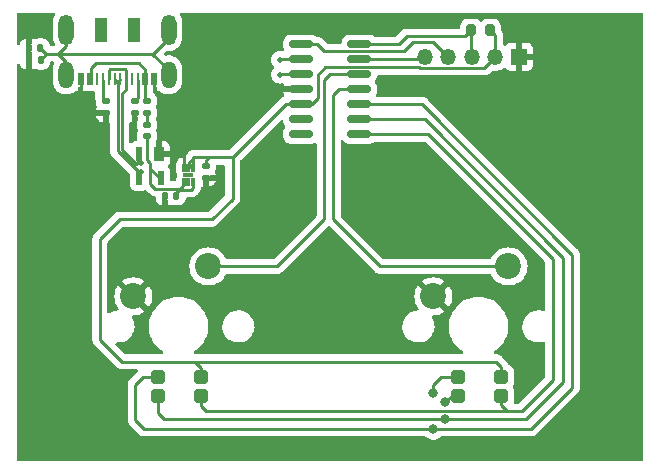
<source format=gbr>
%TF.GenerationSoftware,KiCad,Pcbnew,(6.0.0-rc2-14-ga17a58203b)*%
%TF.CreationDate,2022-02-14T14:16:27-08:00*%
%TF.ProjectId,muon,6d756f6e-2e6b-4696-9361-645f70636258,rev?*%
%TF.SameCoordinates,Original*%
%TF.FileFunction,Copper,L1,Top*%
%TF.FilePolarity,Positive*%
%FSLAX46Y46*%
G04 Gerber Fmt 4.6, Leading zero omitted, Abs format (unit mm)*
G04 Created by KiCad (PCBNEW (6.0.0-rc2-14-ga17a58203b)) date 2022-02-14 14:16:27*
%MOMM*%
%LPD*%
G01*
G04 APERTURE LIST*
G04 Aperture macros list*
%AMRoundRect*
0 Rectangle with rounded corners*
0 $1 Rounding radius*
0 $2 $3 $4 $5 $6 $7 $8 $9 X,Y pos of 4 corners*
0 Add a 4 corners polygon primitive as box body*
4,1,4,$2,$3,$4,$5,$6,$7,$8,$9,$2,$3,0*
0 Add four circle primitives for the rounded corners*
1,1,$1+$1,$2,$3*
1,1,$1+$1,$4,$5*
1,1,$1+$1,$6,$7*
1,1,$1+$1,$8,$9*
0 Add four rect primitives between the rounded corners*
20,1,$1+$1,$2,$3,$4,$5,0*
20,1,$1+$1,$4,$5,$6,$7,0*
20,1,$1+$1,$6,$7,$8,$9,0*
20,1,$1+$1,$8,$9,$2,$3,0*%
G04 Aperture macros list end*
%TA.AperFunction,SMDPad,CuDef*%
%ADD10RoundRect,0.147500X0.172500X-0.147500X0.172500X0.147500X-0.172500X0.147500X-0.172500X-0.147500X0*%
%TD*%
%TA.AperFunction,ComponentPad*%
%ADD11C,2.200000*%
%TD*%
%TA.AperFunction,SMDPad,CuDef*%
%ADD12RoundRect,0.135000X0.185000X-0.135000X0.185000X0.135000X-0.185000X0.135000X-0.185000X-0.135000X0*%
%TD*%
%TA.AperFunction,SMDPad,CuDef*%
%ADD13RoundRect,0.200000X0.200000X0.275000X-0.200000X0.275000X-0.200000X-0.275000X0.200000X-0.275000X0*%
%TD*%
%TA.AperFunction,SMDPad,CuDef*%
%ADD14R,1.000000X2.000000*%
%TD*%
%TA.AperFunction,SMDPad,CuDef*%
%ADD15R,0.520000X1.000000*%
%TD*%
%TA.AperFunction,SMDPad,CuDef*%
%ADD16R,0.270000X1.000000*%
%TD*%
%TA.AperFunction,ComponentPad*%
%ADD17O,1.300000X2.600000*%
%TD*%
%TA.AperFunction,ComponentPad*%
%ADD18O,1.300000X2.300000*%
%TD*%
%TA.AperFunction,SMDPad,CuDef*%
%ADD19RoundRect,0.006000X-0.094000X0.319000X-0.094000X-0.319000X0.094000X-0.319000X0.094000X0.319000X0*%
%TD*%
%TA.AperFunction,SMDPad,CuDef*%
%ADD20R,0.940000X0.300000*%
%TD*%
%TA.AperFunction,SMDPad,CuDef*%
%ADD21RoundRect,0.147500X-0.172500X0.147500X-0.172500X-0.147500X0.172500X-0.147500X0.172500X0.147500X0*%
%TD*%
%TA.AperFunction,SMDPad,CuDef*%
%ADD22RoundRect,0.300000X-0.300000X-0.300000X0.300000X-0.300000X0.300000X0.300000X-0.300000X0.300000X0*%
%TD*%
%TA.AperFunction,ComponentPad*%
%ADD23R,1.350000X1.350000*%
%TD*%
%TA.AperFunction,ComponentPad*%
%ADD24O,1.350000X1.350000*%
%TD*%
%TA.AperFunction,SMDPad,CuDef*%
%ADD25RoundRect,0.140000X0.140000X0.170000X-0.140000X0.170000X-0.140000X-0.170000X0.140000X-0.170000X0*%
%TD*%
%TA.AperFunction,SMDPad,CuDef*%
%ADD26R,0.889000X1.168400*%
%TD*%
%TA.AperFunction,SMDPad,CuDef*%
%ADD27R,0.482600X1.168400*%
%TD*%
%TA.AperFunction,SMDPad,CuDef*%
%ADD28RoundRect,0.140000X-0.170000X0.140000X-0.170000X-0.140000X0.170000X-0.140000X0.170000X0.140000X0*%
%TD*%
%TA.AperFunction,SMDPad,CuDef*%
%ADD29RoundRect,0.150000X0.825000X0.150000X-0.825000X0.150000X-0.825000X-0.150000X0.825000X-0.150000X0*%
%TD*%
%TA.AperFunction,SMDPad,CuDef*%
%ADD30RoundRect,0.135000X0.135000X0.185000X-0.135000X0.185000X-0.135000X-0.185000X0.135000X-0.185000X0*%
%TD*%
%TA.AperFunction,ViaPad*%
%ADD31C,0.800000*%
%TD*%
%TA.AperFunction,ViaPad*%
%ADD32C,0.500000*%
%TD*%
%TA.AperFunction,Conductor*%
%ADD33C,0.250000*%
%TD*%
%TA.AperFunction,Conductor*%
%ADD34C,0.200000*%
%TD*%
G04 APERTURE END LIST*
D10*
%TO.P,F1,1*%
%TO.N,/VBUS_F_*%
X139500000Y-66985000D03*
%TO.P,F1,2*%
%TO.N,/VBUS_*%
X139500000Y-66015000D03*
%TD*%
D11*
%TO.P,SW2,1,A*%
%TO.N,/SW2*%
X170100000Y-80000000D03*
%TO.P,SW2,2,B*%
%TO.N,GND*%
X163750000Y-82540000D03*
%TD*%
D12*
%TO.P,R3,1*%
%TO.N,GND*%
X138500000Y-67010000D03*
%TO.P,R3,2*%
%TO.N,Net-(J2-PadA5)*%
X138500000Y-65990000D03*
%TD*%
D13*
%TO.P,R1,1*%
%TO.N,+3V3*%
X168575000Y-60000000D03*
%TO.P,R1,2*%
%TO.N,/SWCLK*%
X166925000Y-60000000D03*
%TD*%
D14*
%TO.P,J2,*%
%TO.N,*%
X135600000Y-59950000D03*
X138400000Y-59950000D03*
D15*
%TO.P,J2,A1,GND*%
%TO.N,GND*%
X140100000Y-64150000D03*
%TO.P,J2,A4,VBUS*%
%TO.N,/VBUS_*%
X139350000Y-64150000D03*
D16*
%TO.P,J2,A5,CC1*%
%TO.N,Net-(J2-PadA5)*%
X138750000Y-64150000D03*
%TO.P,J2,A6,D+*%
%TO.N,/D+*%
X137250000Y-64150000D03*
%TO.P,J2,A7,D-*%
%TO.N,/D-*%
X136250000Y-64150000D03*
%TO.P,J2,A8,SBU1*%
%TO.N,unconnected-(J2-PadA8)*%
X135250000Y-64150000D03*
D15*
%TO.P,J2,A9,VBUS*%
%TO.N,/VBUS_*%
X134650000Y-64150000D03*
%TO.P,J2,A12,GND*%
%TO.N,GND*%
X133900000Y-64150000D03*
%TO.P,J2,B1,GND*%
X133900000Y-64150000D03*
%TO.P,J2,B4,VBUS*%
%TO.N,/VBUS_*%
X134650000Y-64150000D03*
D16*
%TO.P,J2,B5,CC2*%
%TO.N,Net-(J2-PadB5)*%
X135750000Y-64150000D03*
%TO.P,J2,B6,D+*%
%TO.N,/D+*%
X136750000Y-64150000D03*
%TO.P,J2,B7,D-*%
%TO.N,/D-*%
X137750000Y-64150000D03*
%TO.P,J2,B8,SBU2*%
%TO.N,unconnected-(J2-PadB8)*%
X138250000Y-64150000D03*
D15*
%TO.P,J2,B9,VBUS*%
%TO.N,/VBUS_*%
X139350000Y-64150000D03*
%TO.P,J2,B12,GND*%
%TO.N,GND*%
X140100000Y-64150000D03*
D17*
%TO.P,J2,S1,SHIELD*%
%TO.N,/SH*%
X132680000Y-59950000D03*
D18*
X141320000Y-63775000D03*
X132680000Y-63775000D03*
D17*
X141320000Y-59950000D03*
%TD*%
D19*
%TO.P,U2,1,VOUT*%
%TO.N,+3V3*%
X143400000Y-71625000D03*
%TO.P,U2,2,VOUT*%
X143000000Y-71625000D03*
%TO.P,U2,3,GND*%
%TO.N,GND*%
X142600000Y-71625000D03*
%TO.P,U2,4,EN*%
%TO.N,+5V*%
X142600000Y-72875000D03*
%TO.P,U2,5,NC*%
%TO.N,unconnected-(U2-Pad5)*%
X143000000Y-72875000D03*
%TO.P,U2,6,VIN*%
%TO.N,+5V*%
X143400000Y-72875000D03*
D20*
%TO.P,U2,7*%
%TO.N,N/C*%
X143000000Y-72250000D03*
%TD*%
D12*
%TO.P,R4,1*%
%TO.N,GND*%
X136000000Y-67010000D03*
%TO.P,R4,2*%
%TO.N,Net-(J2-PadB5)*%
X136000000Y-65990000D03*
%TD*%
D21*
%TO.P,FB1,1*%
%TO.N,/VBUS_F_*%
X139500000Y-68015000D03*
%TO.P,FB1,2*%
%TO.N,+5V*%
X139500000Y-68985000D03*
%TD*%
D22*
%TO.P,D3,1,RK*%
%TO.N,/LED_R*%
X165790000Y-89370000D03*
%TO.P,D3,2,GK*%
%TO.N,/LED_G*%
X165790000Y-90970000D03*
%TO.P,D3,3,BK*%
%TO.N,/LED_B*%
X169490000Y-90970000D03*
%TO.P,D3,4,A*%
%TO.N,+3V3*%
X169490000Y-89370000D03*
%TD*%
D23*
%TO.P,J1,1,Pin_1*%
%TO.N,GND*%
X171000000Y-62250000D03*
D24*
%TO.P,J1,2,Pin_2*%
%TO.N,+3V3*%
X169000000Y-62250000D03*
%TO.P,J1,3,Pin_3*%
%TO.N,/SWCLK*%
X167000000Y-62250000D03*
%TO.P,J1,4,Pin_4*%
%TO.N,/SWDIO*%
X165000000Y-62250000D03*
%TO.P,J1,5,Pin_5*%
%TO.N,/RESET*%
X163000000Y-62250000D03*
%TD*%
D25*
%TO.P,C2,1*%
%TO.N,+5V*%
X141980000Y-74000000D03*
%TO.P,C2,2*%
%TO.N,GND*%
X141020000Y-74000000D03*
%TD*%
D11*
%TO.P,SW1,1,A*%
%TO.N,/SW1*%
X144700000Y-80000000D03*
%TO.P,SW1,2,B*%
%TO.N,GND*%
X138350000Y-82540000D03*
%TD*%
D26*
%TO.P,D1,1,GND*%
%TO.N,GND*%
X140500000Y-70500000D03*
D27*
%TO.P,D1,2,I/O1*%
%TO.N,/D-*%
X138803200Y-70500000D03*
%TO.P,D1,3,I/O2*%
%TO.N,/D+*%
X138803199Y-72532000D03*
%TO.P,D1,4,VCC*%
%TO.N,+5V*%
X140703201Y-72532000D03*
%TD*%
D22*
%TO.P,D2,1,RK*%
%TO.N,/LED_R*%
X140390000Y-89370000D03*
%TO.P,D2,2,GK*%
%TO.N,/LED_G*%
X140390000Y-90970000D03*
%TO.P,D2,3,BK*%
%TO.N,/LED_B*%
X144090000Y-90970000D03*
%TO.P,D2,4,A*%
%TO.N,+3V3*%
X144090000Y-89370000D03*
%TD*%
D28*
%TO.P,C3,1*%
%TO.N,+3V3*%
X144500000Y-71520000D03*
%TO.P,C3,2*%
%TO.N,GND*%
X144500000Y-72480000D03*
%TD*%
D25*
%TO.P,C1,1*%
%TO.N,/SH*%
X130480000Y-61500000D03*
%TO.P,C1,2*%
%TO.N,GND*%
X129520000Y-61500000D03*
%TD*%
D29*
%TO.P,U1,1,PA05*%
%TO.N,/LED_B*%
X157475000Y-68810000D03*
%TO.P,U1,2,PA08/XIN*%
%TO.N,/LED_G*%
X157475000Y-67540000D03*
%TO.P,U1,3,PA09/XOUT*%
%TO.N,/LED_R*%
X157475000Y-66270000D03*
%TO.P,U1,4,PA14*%
%TO.N,/SW2*%
X157475000Y-65000000D03*
%TO.P,U1,5,PA15*%
%TO.N,/SW1*%
X157475000Y-63730000D03*
%TO.P,U1,6,PA28/~{RST}*%
%TO.N,/RESET*%
X157475000Y-62460000D03*
%TO.P,U1,7,PA30/SWCLK*%
%TO.N,/SWCLK*%
X157475000Y-61190000D03*
%TO.P,U1,8,PA31/SWDIO*%
%TO.N,/SWDIO*%
X152525000Y-61190000D03*
%TO.P,U1,9,PA24*%
%TO.N,/D-*%
X152525000Y-62460000D03*
%TO.P,U1,10,PA25*%
%TO.N,/D+*%
X152525000Y-63730000D03*
%TO.P,U1,11,GND*%
%TO.N,GND*%
X152525000Y-65000000D03*
%TO.P,U1,12,VDD*%
%TO.N,+3V3*%
X152525000Y-66270000D03*
%TO.P,U1,13,PA02*%
%TO.N,unconnected-(U1-Pad13)*%
X152525000Y-67540000D03*
%TO.P,U1,14,PA04*%
%TO.N,unconnected-(U1-Pad14)*%
X152525000Y-68810000D03*
%TD*%
D30*
%TO.P,R2,1*%
%TO.N,/SH*%
X130510000Y-62500000D03*
%TO.P,R2,2*%
%TO.N,GND*%
X129490000Y-62500000D03*
%TD*%
D31*
%TO.N,GND*%
X171000000Y-64412500D03*
X129500000Y-63500000D03*
X172000000Y-64412500D03*
D32*
X138500000Y-67500000D03*
D31*
X129500000Y-60500000D03*
%TO.N,/LED_R*%
X163750000Y-93750000D03*
X163750000Y-90750000D03*
%TO.N,/LED_G*%
X164750000Y-92944020D03*
X164750000Y-91500000D03*
D32*
%TO.N,/D+*%
X139000000Y-72000000D03*
X150750000Y-63750000D03*
%TO.N,/D-*%
X150750000Y-62500000D03*
X139000000Y-71250000D03*
%TD*%
D33*
%TO.N,+3V3*%
X169490000Y-88490000D02*
X169490000Y-89370000D01*
X144500000Y-71520000D02*
X144500000Y-71000000D01*
X169000000Y-62250000D02*
X169000000Y-60425000D01*
X143500000Y-70750000D02*
X144750000Y-70750000D01*
X143400000Y-71625000D02*
X143400000Y-70850000D01*
X137187500Y-76000000D02*
X135500000Y-77687500D01*
X146750000Y-74250000D02*
X145000000Y-76000000D01*
X162562668Y-63155480D02*
X154594520Y-63155480D01*
X144750000Y-70750000D02*
X145250000Y-70750000D01*
X143570480Y-88070480D02*
X144090000Y-88590000D01*
X154594520Y-63155480D02*
X154000000Y-63750000D01*
X135500000Y-77687500D02*
X135500000Y-86187500D01*
X146750000Y-70750000D02*
X146750000Y-74250000D01*
X143400000Y-70850000D02*
X143500000Y-70750000D01*
X142679520Y-88070480D02*
X169070480Y-88070480D01*
X162606699Y-63199511D02*
X162562668Y-63155480D01*
X143400000Y-70850000D02*
X143024520Y-71225480D01*
X146750000Y-70750000D02*
X151230000Y-66270000D01*
X144090000Y-88590000D02*
X144090000Y-89370000D01*
X168050489Y-63199511D02*
X162606699Y-63199511D01*
X142679520Y-88070480D02*
X143570480Y-88070480D01*
X135500000Y-86187500D02*
X137382980Y-88070480D01*
X169000000Y-62250000D02*
X168050489Y-63199511D01*
X143024520Y-71225480D02*
X143024520Y-71625000D01*
X169000000Y-60425000D02*
X168575000Y-60000000D01*
X153480000Y-66270000D02*
X152525000Y-66270000D01*
X137382980Y-88070480D02*
X142679520Y-88070480D01*
X145000000Y-76000000D02*
X137187500Y-76000000D01*
X144500000Y-71000000D02*
X144750000Y-70750000D01*
X145250000Y-70750000D02*
X146750000Y-70750000D01*
X151230000Y-66270000D02*
X152525000Y-66270000D01*
X154000000Y-65750000D02*
X153480000Y-66270000D01*
X154000000Y-63750000D02*
X154000000Y-65750000D01*
X169070480Y-88070480D02*
X169490000Y-88490000D01*
%TO.N,/SWCLK*%
X161500000Y-60500000D02*
X160810000Y-61190000D01*
X166925000Y-60000000D02*
X166425000Y-60500000D01*
X166425000Y-60500000D02*
X161500000Y-60500000D01*
X166925000Y-62175000D02*
X167000000Y-62250000D01*
X160810000Y-61190000D02*
X157475000Y-61190000D01*
X166925000Y-60000000D02*
X166925000Y-62175000D01*
%TO.N,/SW1*%
X154500000Y-64250000D02*
X154500000Y-76000000D01*
X157475000Y-63730000D02*
X155020000Y-63730000D01*
X155020000Y-63730000D02*
X154500000Y-64250000D01*
X154500000Y-76000000D02*
X150500000Y-80000000D01*
X150500000Y-80000000D02*
X144700000Y-80000000D01*
%TO.N,GND*%
X129500000Y-63500000D02*
X129500000Y-62510000D01*
X129500000Y-61480000D02*
X129520000Y-61500000D01*
X129500000Y-60500000D02*
X129500000Y-61480000D01*
X140100000Y-65100000D02*
X141000000Y-66000000D01*
X171000000Y-64412500D02*
X172000000Y-64412500D01*
X140100000Y-64150000D02*
X140100000Y-65100000D01*
X138500000Y-67500000D02*
X138500000Y-67010000D01*
X133900000Y-64150000D02*
X133900000Y-65100000D01*
X171000000Y-62250000D02*
X171000000Y-64412500D01*
X129500000Y-62510000D02*
X129490000Y-62500000D01*
X142600000Y-71625000D02*
X142600000Y-70600000D01*
%TO.N,/SW2*%
X157475000Y-65000000D02*
X155750000Y-65000000D01*
X155250000Y-65500000D02*
X155250000Y-76000000D01*
X155750000Y-65000000D02*
X155250000Y-65500000D01*
X155250000Y-76000000D02*
X159250000Y-80000000D01*
X159250000Y-80000000D02*
X170100000Y-80000000D01*
%TO.N,/LED_R*%
X163750000Y-93750000D02*
X172000000Y-93750000D01*
X162770000Y-66270000D02*
X157475000Y-66270000D01*
X139250000Y-93750000D02*
X138500000Y-93000000D01*
X163750000Y-93750000D02*
X139250000Y-93750000D01*
X175500000Y-90250000D02*
X175500000Y-79000000D01*
X139130000Y-89370000D02*
X140390000Y-89370000D01*
X138500000Y-90000000D02*
X139130000Y-89370000D01*
X138500000Y-93000000D02*
X138500000Y-90000000D01*
X164380000Y-89370000D02*
X165790000Y-89370000D01*
X175500000Y-79000000D02*
X162770000Y-66270000D01*
X163750000Y-90000000D02*
X164380000Y-89370000D01*
X163750000Y-90750000D02*
X163750000Y-90000000D01*
X172000000Y-93750000D02*
X175500000Y-90250000D01*
%TO.N,/LED_G*%
X163040000Y-67540000D02*
X157475000Y-67540000D01*
X164750000Y-91500000D02*
X165280000Y-90970000D01*
X164750000Y-92944020D02*
X171555980Y-92944020D01*
X174750000Y-79250000D02*
X163040000Y-67540000D01*
X174750000Y-89750000D02*
X174750000Y-79250000D01*
X140390000Y-92390000D02*
X140390000Y-90970000D01*
X164750000Y-92944020D02*
X140944020Y-92944020D01*
X165280000Y-90970000D02*
X165790000Y-90970000D01*
X171555980Y-92944020D02*
X174750000Y-89750000D01*
X140944020Y-92944020D02*
X140390000Y-92390000D01*
%TO.N,/LED_B*%
X157475000Y-68810000D02*
X163310000Y-68810000D01*
X170019520Y-92269520D02*
X169490000Y-91740000D01*
X171230480Y-92269520D02*
X144519520Y-92269520D01*
X144090000Y-91840000D02*
X144090000Y-90970000D01*
X169490000Y-91740000D02*
X169490000Y-90970000D01*
X144519520Y-92269520D02*
X144090000Y-91840000D01*
X171230480Y-92269520D02*
X170019520Y-92269520D01*
X173864521Y-89635479D02*
X171230480Y-92269520D01*
X173864521Y-79364521D02*
X173864521Y-89635479D01*
X163310000Y-68810000D02*
X173864521Y-79364521D01*
%TO.N,/RESET*%
X162790000Y-62460000D02*
X157475000Y-62460000D01*
X163000000Y-62250000D02*
X162790000Y-62460000D01*
%TO.N,/SWDIO*%
X153925480Y-61190000D02*
X152525000Y-61190000D01*
X154500000Y-61764520D02*
X153925480Y-61190000D01*
X165000000Y-62250000D02*
X163750000Y-61000000D01*
X163750000Y-61000000D02*
X162000000Y-61000000D01*
X162000000Y-61000000D02*
X161235480Y-61764520D01*
X161235480Y-61764520D02*
X154500000Y-61764520D01*
%TO.N,/SH*%
X141320000Y-63775000D02*
X141320000Y-63375000D01*
X130980000Y-62030000D02*
X130510000Y-62500000D01*
X130980000Y-62000000D02*
X140000000Y-62000000D01*
X132680000Y-63775000D02*
X132680000Y-62680000D01*
X132680000Y-61320000D02*
X132000000Y-62000000D01*
X130980000Y-62000000D02*
X130980000Y-62030000D01*
X141320000Y-63375000D02*
X139945000Y-62000000D01*
X130980000Y-62000000D02*
X130480000Y-61500000D01*
X132680000Y-59950000D02*
X132680000Y-61320000D01*
X141320000Y-59950000D02*
X141320000Y-60680000D01*
X141320000Y-60680000D02*
X140000000Y-62000000D01*
X132680000Y-62680000D02*
X132000000Y-62000000D01*
%TO.N,/VBUS_F_*%
X139500000Y-66985000D02*
X139500000Y-68015000D01*
%TO.N,/VBUS_*%
X134650000Y-64150000D02*
X134790489Y-64009511D01*
X135199520Y-62800480D02*
X138796562Y-62800480D01*
X134790489Y-64009511D02*
X134790489Y-63209511D01*
X138796562Y-62800480D02*
X139350000Y-63353918D01*
X139350000Y-63353918D02*
X139350000Y-64150000D01*
X134790489Y-63209511D02*
X135199520Y-62800480D01*
X139350000Y-65865000D02*
X139500000Y-66015000D01*
X139350000Y-64150000D02*
X139350000Y-65865000D01*
%TO.N,+5V*%
X139771257Y-71728743D02*
X139771257Y-72980000D01*
X143230905Y-73524520D02*
X143424520Y-73330905D01*
X139771257Y-71279485D02*
X139771257Y-71728743D01*
X141980000Y-74000000D02*
X141980000Y-73770000D01*
X139771257Y-72980000D02*
X140206737Y-73415480D01*
X140574514Y-72532000D02*
X140703201Y-72532000D01*
X142225480Y-73524520D02*
X142575480Y-73174520D01*
X141980000Y-73770000D02*
X142225480Y-73524520D01*
X139500000Y-71008228D02*
X139771257Y-71279485D01*
X140206737Y-73415480D02*
X142116440Y-73415480D01*
X139771257Y-71728743D02*
X140574514Y-72532000D01*
X142575480Y-73174520D02*
X142575480Y-72875000D01*
X142225480Y-73524520D02*
X143230905Y-73524520D01*
X142116440Y-73415480D02*
X142225480Y-73524520D01*
X143424520Y-73330905D02*
X143424520Y-72875000D01*
X139500000Y-68985000D02*
X139500000Y-71008228D01*
%TO.N,Net-(J2-PadA5)*%
X138750000Y-65740000D02*
X138500000Y-65990000D01*
X138750000Y-64200000D02*
X138750000Y-65740000D01*
%TO.N,Net-(J2-PadB5)*%
X135750000Y-65740000D02*
X136000000Y-65990000D01*
X135750000Y-64200000D02*
X135750000Y-65740000D01*
%TO.N,/D+*%
X138803199Y-72050687D02*
X138803199Y-72532000D01*
X137000000Y-64500000D02*
X137000000Y-70247488D01*
X138626256Y-71873744D02*
X138803199Y-72050687D01*
X150750000Y-63750000D02*
X150770000Y-63730000D01*
X150770000Y-63730000D02*
X152525000Y-63730000D01*
X138803199Y-72196801D02*
X139000000Y-72000000D01*
X137000000Y-70247488D02*
X138626256Y-71873744D01*
D34*
X138752512Y-72000000D02*
X138626256Y-71873744D01*
D33*
X136750000Y-64250000D02*
X137000000Y-64500000D01*
X136750000Y-64150000D02*
X136750000Y-64250000D01*
X138803199Y-72532000D02*
X138803199Y-72196801D01*
X137250000Y-64150000D02*
X137000000Y-64400000D01*
%TO.N,/D-*%
X138572488Y-71325000D02*
X137349520Y-70102032D01*
X137750000Y-65000000D02*
X137750000Y-64150000D01*
X138803200Y-70500000D02*
X138803200Y-71053200D01*
X137634022Y-63250000D02*
X137750000Y-63365978D01*
X150750000Y-62500000D02*
X150790000Y-62460000D01*
X138803200Y-71094288D02*
X138803200Y-70500000D01*
X137750000Y-63365978D02*
X137750000Y-64150000D01*
X137349520Y-70102032D02*
X137349520Y-65400480D01*
X138803200Y-71053200D02*
X139000000Y-71250000D01*
X138572488Y-71325000D02*
X138803200Y-71094288D01*
X136250000Y-64150000D02*
X136250000Y-63365978D01*
X136365978Y-63250000D02*
X137634022Y-63250000D01*
X136250000Y-63365978D02*
X136365978Y-63250000D01*
X137349520Y-65400480D02*
X137750000Y-65000000D01*
X150790000Y-62460000D02*
X152525000Y-62460000D01*
%TD*%
%TA.AperFunction,Conductor*%
%TO.N,GND*%
G36*
X131646995Y-58528002D02*
G01*
X131693488Y-58581658D01*
X131703592Y-58651932D01*
X131690382Y-58692668D01*
X131641768Y-58785068D01*
X131605100Y-58854762D01*
X131603386Y-58860283D01*
X131603384Y-58860287D01*
X131554797Y-59016764D01*
X131541961Y-59058102D01*
X131521500Y-59230982D01*
X131521500Y-60654013D01*
X131526377Y-60707089D01*
X131534707Y-60797742D01*
X131536019Y-60812024D01*
X131537587Y-60817583D01*
X131537587Y-60817584D01*
X131584381Y-60983500D01*
X131593814Y-61016948D01*
X131676576Y-61184774D01*
X131688766Y-61254714D01*
X131661207Y-61320143D01*
X131602649Y-61360287D01*
X131563570Y-61366500D01*
X131393000Y-61366500D01*
X131324879Y-61346498D01*
X131278386Y-61292842D01*
X131267388Y-61250387D01*
X131266429Y-61238204D01*
X131265606Y-61227746D01*
X131226783Y-61094115D01*
X131222106Y-61078016D01*
X131222105Y-61078014D01*
X131219894Y-61070403D01*
X131205012Y-61045238D01*
X131140522Y-60936192D01*
X131136488Y-60929371D01*
X131020629Y-60813512D01*
X131008967Y-60806615D01*
X130886420Y-60734141D01*
X130886419Y-60734141D01*
X130879597Y-60730106D01*
X130871986Y-60727895D01*
X130871984Y-60727894D01*
X130788637Y-60703680D01*
X130722254Y-60684394D01*
X130715849Y-60683890D01*
X130715844Y-60683889D01*
X130687940Y-60681693D01*
X130687932Y-60681693D01*
X130685484Y-60681500D01*
X130274516Y-60681500D01*
X130272068Y-60681693D01*
X130272060Y-60681693D01*
X130244156Y-60683889D01*
X130244151Y-60683890D01*
X130237746Y-60684394D01*
X130171363Y-60703680D01*
X130088016Y-60727894D01*
X130088014Y-60727895D01*
X130080403Y-60730106D01*
X130073576Y-60734143D01*
X130073577Y-60734143D01*
X130063647Y-60740015D01*
X129994830Y-60757474D01*
X129935372Y-60740016D01*
X129926222Y-60734605D01*
X129911784Y-60728357D01*
X129791395Y-60693381D01*
X129777295Y-60693421D01*
X129774000Y-60700691D01*
X129774000Y-60978621D01*
X129756454Y-61042760D01*
X129740106Y-61070403D01*
X129737895Y-61078014D01*
X129737894Y-61078016D01*
X129733217Y-61094115D01*
X129694394Y-61227746D01*
X129693890Y-61234151D01*
X129693889Y-61234156D01*
X129692625Y-61250223D01*
X129691500Y-61264516D01*
X129691500Y-61735484D01*
X129691693Y-61737932D01*
X129691693Y-61737940D01*
X129693581Y-61761918D01*
X129694394Y-61772254D01*
X129740106Y-61929597D01*
X129744141Y-61936419D01*
X129744141Y-61936420D01*
X129756454Y-61957240D01*
X129774000Y-62021379D01*
X129774000Y-62059197D01*
X129768997Y-62094350D01*
X129734371Y-62213534D01*
X129733867Y-62219941D01*
X129733866Y-62219945D01*
X129731693Y-62247556D01*
X129731500Y-62250011D01*
X129731501Y-62749988D01*
X129734371Y-62786466D01*
X129736166Y-62792644D01*
X129736168Y-62792653D01*
X129738997Y-62802390D01*
X129744000Y-62837542D01*
X129744000Y-63301900D01*
X129747973Y-63315431D01*
X129755871Y-63316566D01*
X129874783Y-63282019D01*
X129889220Y-63275771D01*
X129935370Y-63248478D01*
X130004187Y-63231018D01*
X130063646Y-63248477D01*
X130117404Y-63280269D01*
X130125015Y-63282480D01*
X130125017Y-63282481D01*
X130162205Y-63293285D01*
X130273534Y-63325629D01*
X130279941Y-63326133D01*
X130279945Y-63326134D01*
X130307556Y-63328307D01*
X130307562Y-63328307D01*
X130310011Y-63328500D01*
X130509878Y-63328500D01*
X130709988Y-63328499D01*
X130746466Y-63325629D01*
X130857795Y-63293285D01*
X130894983Y-63282481D01*
X130894985Y-63282480D01*
X130902596Y-63280269D01*
X130910204Y-63275770D01*
X131035720Y-63201540D01*
X131042541Y-63197506D01*
X131157506Y-63082541D01*
X131172365Y-63057416D01*
X131236234Y-62949419D01*
X131236234Y-62949418D01*
X131240269Y-62942596D01*
X131242540Y-62934781D01*
X131276419Y-62818168D01*
X131285629Y-62786466D01*
X131286135Y-62780047D01*
X131288500Y-62749989D01*
X131289709Y-62750084D01*
X131310929Y-62687208D01*
X131366395Y-62642891D01*
X131414127Y-62633500D01*
X131499692Y-62633500D01*
X131567813Y-62653502D01*
X131614306Y-62707158D01*
X131624410Y-62777432D01*
X131611200Y-62818168D01*
X131605100Y-62829762D01*
X131603386Y-62835283D01*
X131603384Y-62835287D01*
X131567945Y-62949419D01*
X131541961Y-63033102D01*
X131521500Y-63205982D01*
X131521500Y-64329013D01*
X131525204Y-64369326D01*
X131531992Y-64443193D01*
X131536019Y-64487024D01*
X131537587Y-64492583D01*
X131537587Y-64492584D01*
X131539033Y-64497709D01*
X131593814Y-64691948D01*
X131596366Y-64697123D01*
X131596368Y-64697128D01*
X131665643Y-64837603D01*
X131687985Y-64882908D01*
X131691439Y-64887534D01*
X131691440Y-64887535D01*
X131698288Y-64896705D01*
X131815378Y-65053509D01*
X131971729Y-65198037D01*
X132151799Y-65311653D01*
X132349559Y-65390551D01*
X132355219Y-65391677D01*
X132355223Y-65391678D01*
X132552718Y-65430962D01*
X132552720Y-65430962D01*
X132558385Y-65432089D01*
X132564160Y-65432165D01*
X132564164Y-65432165D01*
X132670839Y-65433561D01*
X132771284Y-65434876D01*
X132776982Y-65433897D01*
X132975436Y-65399797D01*
X132975439Y-65399796D01*
X132981126Y-65398819D01*
X133180884Y-65325125D01*
X133363866Y-65216261D01*
X133409564Y-65176185D01*
X133473968Y-65146308D01*
X133521787Y-65148334D01*
X133537649Y-65152105D01*
X133588514Y-65157631D01*
X133595328Y-65158000D01*
X133627885Y-65158000D01*
X133643124Y-65153525D01*
X133644329Y-65152135D01*
X133646000Y-65144452D01*
X133646000Y-64958345D01*
X133660492Y-64899677D01*
X133693151Y-64837603D01*
X133742571Y-64786631D01*
X133811703Y-64770468D01*
X133878599Y-64794247D01*
X133922641Y-64852041D01*
X133932270Y-64877725D01*
X133939385Y-64896705D01*
X134026739Y-65013261D01*
X134033919Y-65018642D01*
X134108710Y-65074695D01*
X134151225Y-65131554D01*
X134154041Y-65140023D01*
X134158475Y-65155123D01*
X134159865Y-65156328D01*
X134167548Y-65157999D01*
X134204669Y-65157999D01*
X134211491Y-65157629D01*
X134259069Y-65152462D01*
X134286281Y-65152462D01*
X134338467Y-65158131D01*
X134338471Y-65158131D01*
X134341866Y-65158500D01*
X134958134Y-65158500D01*
X134976892Y-65156462D01*
X135046773Y-65168989D01*
X135098790Y-65217309D01*
X135116500Y-65281725D01*
X135116500Y-65661233D01*
X135115973Y-65672416D01*
X135114298Y-65679909D01*
X135114547Y-65687835D01*
X135114547Y-65687836D01*
X135116438Y-65747986D01*
X135116500Y-65751945D01*
X135116500Y-65779856D01*
X135116997Y-65783790D01*
X135116997Y-65783791D01*
X135117005Y-65783856D01*
X135117938Y-65795693D01*
X135119327Y-65839889D01*
X135124124Y-65856399D01*
X135124978Y-65859339D01*
X135128987Y-65878700D01*
X135131526Y-65898797D01*
X135134445Y-65906168D01*
X135134445Y-65906170D01*
X135147804Y-65939912D01*
X135151649Y-65951142D01*
X135163982Y-65993592D01*
X135163072Y-65993856D01*
X135171501Y-66034559D01*
X135171501Y-66189988D01*
X135174371Y-66226466D01*
X135219731Y-66382596D01*
X135251523Y-66436353D01*
X135268982Y-66505166D01*
X135251522Y-66564630D01*
X135224229Y-66610780D01*
X135217981Y-66625217D01*
X135185039Y-66738605D01*
X135185079Y-66752705D01*
X135192349Y-66756000D01*
X135662458Y-66756000D01*
X135697610Y-66761003D01*
X135707353Y-66763834D01*
X135707360Y-66763835D01*
X135713534Y-66765629D01*
X135719941Y-66766133D01*
X135719945Y-66766134D01*
X135747556Y-66768307D01*
X135747562Y-66768307D01*
X135750011Y-66768500D01*
X135759930Y-66768500D01*
X136128001Y-66768499D01*
X136196120Y-66788501D01*
X136242613Y-66842156D01*
X136254000Y-66894499D01*
X136254000Y-67769566D01*
X136258344Y-67784361D01*
X136262430Y-67785083D01*
X136326029Y-67816636D01*
X136362474Y-67877564D01*
X136366500Y-67909160D01*
X136366500Y-70168721D01*
X136365973Y-70179904D01*
X136364298Y-70187397D01*
X136364547Y-70195323D01*
X136364547Y-70195324D01*
X136366438Y-70255474D01*
X136366500Y-70259433D01*
X136366500Y-70287344D01*
X136366997Y-70291278D01*
X136366997Y-70291279D01*
X136367005Y-70291344D01*
X136367938Y-70303181D01*
X136369327Y-70347377D01*
X136374092Y-70363777D01*
X136374978Y-70366827D01*
X136378987Y-70386188D01*
X136381526Y-70406285D01*
X136384445Y-70413656D01*
X136384445Y-70413658D01*
X136397804Y-70447400D01*
X136401649Y-70458630D01*
X136413982Y-70501081D01*
X136418015Y-70507900D01*
X136418017Y-70507905D01*
X136424293Y-70518516D01*
X136432988Y-70536264D01*
X136440448Y-70555105D01*
X136445110Y-70561521D01*
X136445110Y-70561522D01*
X136466436Y-70590875D01*
X136472952Y-70600795D01*
X136495458Y-70638850D01*
X136509779Y-70653171D01*
X136522619Y-70668204D01*
X136534528Y-70684595D01*
X136540634Y-70689646D01*
X136568605Y-70712786D01*
X136577384Y-70720776D01*
X138016494Y-72159886D01*
X138050520Y-72222198D01*
X138053399Y-72248981D01*
X138053399Y-73164334D01*
X138060154Y-73226516D01*
X138111284Y-73362905D01*
X138198638Y-73479461D01*
X138315194Y-73566815D01*
X138451583Y-73617945D01*
X138513765Y-73624700D01*
X139092633Y-73624700D01*
X139154815Y-73617945D01*
X139291204Y-73566815D01*
X139301510Y-73559091D01*
X139305133Y-73557737D01*
X139306259Y-73557121D01*
X139306348Y-73557283D01*
X139368014Y-73534241D01*
X139437397Y-73549292D01*
X139466172Y-73570819D01*
X139594629Y-73699277D01*
X139703091Y-73807739D01*
X139710624Y-73816017D01*
X139714737Y-73822498D01*
X139720516Y-73827925D01*
X139720518Y-73827927D01*
X139764372Y-73869107D01*
X139767216Y-73871863D01*
X139786967Y-73891615D01*
X139790164Y-73894095D01*
X139799184Y-73901798D01*
X139831416Y-73932066D01*
X139838362Y-73935885D01*
X139838365Y-73935887D01*
X139849171Y-73941828D01*
X139865690Y-73952679D01*
X139881696Y-73965094D01*
X139888965Y-73968239D01*
X139888969Y-73968242D01*
X139922274Y-73982654D01*
X139932924Y-73987871D01*
X139971677Y-74009175D01*
X139979352Y-74011146D01*
X139979353Y-74011146D01*
X139991299Y-74014213D01*
X140010003Y-74020617D01*
X140018979Y-74024501D01*
X140028592Y-74028661D01*
X140036415Y-74029900D01*
X140036425Y-74029903D01*
X140072261Y-74035579D01*
X140083881Y-74037985D01*
X140119028Y-74047009D01*
X140119032Y-74047010D01*
X140123790Y-74048231D01*
X140123792Y-74048232D01*
X140126706Y-74048980D01*
X140126585Y-74049450D01*
X140186864Y-74075736D01*
X140226268Y-74134794D01*
X140232000Y-74172364D01*
X140232000Y-74232969D01*
X140232193Y-74237898D01*
X140234386Y-74265756D01*
X140236688Y-74278359D01*
X140278357Y-74421784D01*
X140284604Y-74436220D01*
X140359876Y-74563499D01*
X140369516Y-74575926D01*
X140474074Y-74680484D01*
X140486501Y-74690124D01*
X140613780Y-74765396D01*
X140628216Y-74771643D01*
X140748605Y-74806619D01*
X140762705Y-74806579D01*
X140766000Y-74799309D01*
X140766000Y-74174980D01*
X140786002Y-74106859D01*
X140839658Y-74060366D01*
X140892000Y-74048980D01*
X141065500Y-74048980D01*
X141133621Y-74068982D01*
X141180114Y-74122638D01*
X141191500Y-74174980D01*
X141191500Y-74235484D01*
X141191693Y-74237932D01*
X141191693Y-74237940D01*
X141193883Y-74265756D01*
X141194394Y-74272254D01*
X141240106Y-74429597D01*
X141244141Y-74436419D01*
X141244141Y-74436420D01*
X141256454Y-74457240D01*
X141274000Y-74521379D01*
X141274000Y-74793558D01*
X141277973Y-74807089D01*
X141285871Y-74808224D01*
X141411784Y-74771643D01*
X141426222Y-74765395D01*
X141435372Y-74759984D01*
X141504188Y-74742526D01*
X141563647Y-74759985D01*
X141571531Y-74764647D01*
X141580403Y-74769894D01*
X141588014Y-74772105D01*
X141588016Y-74772106D01*
X141638995Y-74786916D01*
X141737746Y-74815606D01*
X141744151Y-74816110D01*
X141744156Y-74816111D01*
X141772060Y-74818307D01*
X141772068Y-74818307D01*
X141774516Y-74818500D01*
X142185484Y-74818500D01*
X142187932Y-74818307D01*
X142187940Y-74818307D01*
X142215844Y-74816111D01*
X142215849Y-74816110D01*
X142222254Y-74815606D01*
X142321005Y-74786916D01*
X142371984Y-74772106D01*
X142371986Y-74772105D01*
X142379597Y-74769894D01*
X142387205Y-74765395D01*
X142513808Y-74690522D01*
X142520629Y-74686488D01*
X142636488Y-74570629D01*
X142640705Y-74563499D01*
X142715859Y-74436420D01*
X142715859Y-74436419D01*
X142719894Y-74429597D01*
X142757587Y-74299858D01*
X142763811Y-74278433D01*
X142763811Y-74278431D01*
X142765606Y-74272254D01*
X142766111Y-74265843D01*
X142766926Y-74261379D01*
X142798843Y-74197961D01*
X142859980Y-74161866D01*
X142890875Y-74158020D01*
X143152138Y-74158020D01*
X143163321Y-74158547D01*
X143170814Y-74160222D01*
X143178740Y-74159973D01*
X143178741Y-74159973D01*
X143238891Y-74158082D01*
X143242850Y-74158020D01*
X143270761Y-74158020D01*
X143274696Y-74157523D01*
X143274761Y-74157515D01*
X143286598Y-74156582D01*
X143318856Y-74155568D01*
X143322875Y-74155442D01*
X143330794Y-74155193D01*
X143350248Y-74149541D01*
X143369605Y-74145533D01*
X143381835Y-74143988D01*
X143381836Y-74143988D01*
X143389702Y-74142994D01*
X143397073Y-74140075D01*
X143397075Y-74140075D01*
X143430817Y-74126716D01*
X143442047Y-74122871D01*
X143476888Y-74112749D01*
X143476889Y-74112749D01*
X143484498Y-74110538D01*
X143491317Y-74106505D01*
X143491322Y-74106503D01*
X143501933Y-74100227D01*
X143519681Y-74091532D01*
X143538522Y-74084072D01*
X143574292Y-74058084D01*
X143584212Y-74051568D01*
X143615440Y-74033100D01*
X143615443Y-74033098D01*
X143622267Y-74029062D01*
X143636591Y-74014738D01*
X143651618Y-74001903D01*
X143668012Y-73989992D01*
X143696197Y-73955923D01*
X143704185Y-73947145D01*
X143816776Y-73834553D01*
X143825058Y-73827017D01*
X143831538Y-73822905D01*
X143878165Y-73773252D01*
X143880919Y-73770411D01*
X143900655Y-73750675D01*
X143903135Y-73747478D01*
X143910840Y-73738456D01*
X143935679Y-73712005D01*
X143941106Y-73706226D01*
X143944925Y-73699280D01*
X143944927Y-73699277D01*
X143950868Y-73688471D01*
X143961719Y-73671952D01*
X143969278Y-73662206D01*
X143974134Y-73655946D01*
X143977279Y-73648677D01*
X143977282Y-73648673D01*
X143991694Y-73615368D01*
X143996911Y-73604718D01*
X144018215Y-73565965D01*
X144023253Y-73546342D01*
X144029657Y-73527639D01*
X144034553Y-73516325D01*
X144034553Y-73516324D01*
X144037701Y-73509050D01*
X144038940Y-73501227D01*
X144038943Y-73501217D01*
X144044619Y-73465381D01*
X144047025Y-73453761D01*
X144056048Y-73418616D01*
X144056048Y-73418615D01*
X144058020Y-73410935D01*
X144058020Y-73390681D01*
X144059570Y-73370977D01*
X144060643Y-73364200D01*
X144091052Y-73300045D01*
X144151318Y-73262515D01*
X144215177Y-73262878D01*
X144215309Y-73262156D01*
X144219395Y-73262902D01*
X144220247Y-73262907D01*
X144221645Y-73263313D01*
X144229609Y-73264768D01*
X144243031Y-73261948D01*
X144246000Y-73250487D01*
X144246000Y-73248424D01*
X144754000Y-73248424D01*
X144758344Y-73263219D01*
X144768775Y-73265063D01*
X144778359Y-73263312D01*
X144921784Y-73221643D01*
X144936220Y-73215396D01*
X145063499Y-73140124D01*
X145075926Y-73130484D01*
X145180484Y-73025926D01*
X145190124Y-73013499D01*
X145265396Y-72886220D01*
X145271643Y-72871784D01*
X145306619Y-72751395D01*
X145306579Y-72737295D01*
X145299309Y-72734000D01*
X144772115Y-72734000D01*
X144756876Y-72738475D01*
X144755671Y-72739865D01*
X144754000Y-72747548D01*
X144754000Y-73248424D01*
X144246000Y-73248424D01*
X144246000Y-72434500D01*
X144266002Y-72366379D01*
X144319658Y-72319886D01*
X144372000Y-72308500D01*
X144735484Y-72308500D01*
X144737932Y-72308307D01*
X144737940Y-72308307D01*
X144765844Y-72306111D01*
X144765849Y-72306110D01*
X144772254Y-72305606D01*
X144871005Y-72276916D01*
X144921984Y-72262106D01*
X144921986Y-72262105D01*
X144929597Y-72259894D01*
X144957240Y-72243546D01*
X145021379Y-72226000D01*
X145293558Y-72226000D01*
X145307089Y-72222027D01*
X145308224Y-72214129D01*
X145271643Y-72088216D01*
X145265395Y-72073778D01*
X145259984Y-72064628D01*
X145242526Y-71995812D01*
X145259985Y-71936353D01*
X145265857Y-71926423D01*
X145269894Y-71919597D01*
X145275685Y-71899666D01*
X145313811Y-71768431D01*
X145315606Y-71762254D01*
X145317615Y-71736739D01*
X145318307Y-71727940D01*
X145318307Y-71727932D01*
X145318500Y-71725484D01*
X145318500Y-71509500D01*
X145338502Y-71441379D01*
X145392158Y-71394886D01*
X145444500Y-71383500D01*
X145990500Y-71383500D01*
X146058621Y-71403502D01*
X146105114Y-71457158D01*
X146116500Y-71509500D01*
X146116500Y-73935406D01*
X146096498Y-74003527D01*
X146079595Y-74024501D01*
X144774500Y-75329595D01*
X144712188Y-75363621D01*
X144685405Y-75366500D01*
X137266263Y-75366500D01*
X137255079Y-75365973D01*
X137247591Y-75364299D01*
X137239668Y-75364548D01*
X137179533Y-75366438D01*
X137175575Y-75366500D01*
X137147644Y-75366500D01*
X137143729Y-75366995D01*
X137143725Y-75366995D01*
X137143667Y-75367003D01*
X137143638Y-75367006D01*
X137131796Y-75367939D01*
X137087610Y-75369327D01*
X137070244Y-75374372D01*
X137068158Y-75374978D01*
X137048806Y-75378986D01*
X137036568Y-75380532D01*
X137036566Y-75380533D01*
X137028703Y-75381526D01*
X136987586Y-75397806D01*
X136976385Y-75401641D01*
X136933906Y-75413982D01*
X136927087Y-75418015D01*
X136927082Y-75418017D01*
X136916471Y-75424293D01*
X136898721Y-75432990D01*
X136879883Y-75440448D01*
X136873467Y-75445109D01*
X136873466Y-75445110D01*
X136844125Y-75466428D01*
X136834201Y-75472947D01*
X136802960Y-75491422D01*
X136802955Y-75491426D01*
X136796137Y-75495458D01*
X136781813Y-75509782D01*
X136766781Y-75522621D01*
X136750393Y-75534528D01*
X136722212Y-75568593D01*
X136714222Y-75577373D01*
X135107747Y-77183848D01*
X135099461Y-77191388D01*
X135092982Y-77195500D01*
X135087557Y-77201277D01*
X135046357Y-77245151D01*
X135043602Y-77247993D01*
X135023865Y-77267730D01*
X135021385Y-77270927D01*
X135013682Y-77279947D01*
X134983414Y-77312179D01*
X134979595Y-77319125D01*
X134979593Y-77319128D01*
X134973652Y-77329934D01*
X134962801Y-77346453D01*
X134950386Y-77362459D01*
X134947241Y-77369728D01*
X134947238Y-77369732D01*
X134932826Y-77403037D01*
X134927609Y-77413687D01*
X134906305Y-77452440D01*
X134904334Y-77460115D01*
X134904334Y-77460116D01*
X134901267Y-77472062D01*
X134894863Y-77490766D01*
X134886819Y-77509355D01*
X134885580Y-77517178D01*
X134885577Y-77517188D01*
X134879901Y-77553024D01*
X134877495Y-77564644D01*
X134866500Y-77607470D01*
X134866500Y-77627724D01*
X134864949Y-77647434D01*
X134861780Y-77667443D01*
X134862526Y-77675335D01*
X134865941Y-77711461D01*
X134866500Y-77723319D01*
X134866500Y-86108733D01*
X134865973Y-86119916D01*
X134864298Y-86127409D01*
X134864547Y-86135335D01*
X134864547Y-86135336D01*
X134866438Y-86195486D01*
X134866500Y-86199445D01*
X134866500Y-86227356D01*
X134866997Y-86231290D01*
X134866997Y-86231291D01*
X134867005Y-86231356D01*
X134867938Y-86243193D01*
X134869327Y-86287389D01*
X134874086Y-86303770D01*
X134874978Y-86306839D01*
X134878987Y-86326200D01*
X134881526Y-86346297D01*
X134884445Y-86353668D01*
X134884445Y-86353670D01*
X134897804Y-86387412D01*
X134901649Y-86398642D01*
X134910754Y-86429981D01*
X134913982Y-86441093D01*
X134918015Y-86447912D01*
X134918017Y-86447917D01*
X134924293Y-86458528D01*
X134932988Y-86476276D01*
X134940448Y-86495117D01*
X134945110Y-86501533D01*
X134945110Y-86501534D01*
X134966436Y-86530887D01*
X134972952Y-86540807D01*
X134995458Y-86578862D01*
X135009779Y-86593183D01*
X135022619Y-86608216D01*
X135034528Y-86624607D01*
X135040634Y-86629658D01*
X135068605Y-86652798D01*
X135077384Y-86660788D01*
X136879328Y-88462733D01*
X136886868Y-88471019D01*
X136890980Y-88477498D01*
X136896757Y-88482923D01*
X136940631Y-88524123D01*
X136943473Y-88526878D01*
X136963210Y-88546615D01*
X136966407Y-88549095D01*
X136975427Y-88556798D01*
X137007659Y-88587066D01*
X137014605Y-88590885D01*
X137014608Y-88590887D01*
X137025414Y-88596828D01*
X137041933Y-88607679D01*
X137057939Y-88620094D01*
X137065208Y-88623239D01*
X137065212Y-88623242D01*
X137098517Y-88637654D01*
X137109167Y-88642871D01*
X137147920Y-88664175D01*
X137155595Y-88666146D01*
X137155596Y-88666146D01*
X137167542Y-88669213D01*
X137186247Y-88675617D01*
X137204835Y-88683661D01*
X137212658Y-88684900D01*
X137212668Y-88684903D01*
X137248504Y-88690579D01*
X137260124Y-88692985D01*
X137295269Y-88702008D01*
X137302950Y-88703980D01*
X137323204Y-88703980D01*
X137342914Y-88705531D01*
X137362923Y-88708700D01*
X137370815Y-88707954D01*
X137406941Y-88704539D01*
X137418799Y-88703980D01*
X138591037Y-88703980D01*
X138659158Y-88723982D01*
X138705651Y-88777638D01*
X138715755Y-88847912D01*
X138688122Y-88910295D01*
X138664712Y-88938593D01*
X138656722Y-88947374D01*
X138107742Y-89496353D01*
X138099463Y-89503887D01*
X138092982Y-89508000D01*
X138046357Y-89557651D01*
X138043602Y-89560493D01*
X138023865Y-89580230D01*
X138021385Y-89583427D01*
X138013682Y-89592447D01*
X137983414Y-89624679D01*
X137979595Y-89631625D01*
X137979593Y-89631628D01*
X137973652Y-89642434D01*
X137962801Y-89658953D01*
X137950386Y-89674959D01*
X137947241Y-89682228D01*
X137947238Y-89682232D01*
X137932826Y-89715537D01*
X137927609Y-89726187D01*
X137906305Y-89764940D01*
X137904334Y-89772615D01*
X137904334Y-89772616D01*
X137901267Y-89784562D01*
X137894863Y-89803266D01*
X137886819Y-89821855D01*
X137885580Y-89829678D01*
X137885577Y-89829688D01*
X137879901Y-89865524D01*
X137877495Y-89877144D01*
X137866500Y-89919970D01*
X137866500Y-89940224D01*
X137864949Y-89959934D01*
X137861780Y-89979943D01*
X137862526Y-89987835D01*
X137865941Y-90023961D01*
X137866500Y-90035819D01*
X137866500Y-92921233D01*
X137865973Y-92932416D01*
X137864298Y-92939909D01*
X137864547Y-92947835D01*
X137864547Y-92947836D01*
X137866438Y-93007986D01*
X137866500Y-93011945D01*
X137866500Y-93039856D01*
X137866997Y-93043790D01*
X137866997Y-93043791D01*
X137867005Y-93043856D01*
X137867938Y-93055693D01*
X137869327Y-93099889D01*
X137874060Y-93116179D01*
X137874978Y-93119339D01*
X137878987Y-93138700D01*
X137881526Y-93158797D01*
X137884445Y-93166168D01*
X137884445Y-93166170D01*
X137897804Y-93199912D01*
X137901649Y-93211142D01*
X137913982Y-93253593D01*
X137918015Y-93260412D01*
X137918017Y-93260417D01*
X137924293Y-93271028D01*
X137932988Y-93288776D01*
X137940448Y-93307617D01*
X137945110Y-93314033D01*
X137945110Y-93314034D01*
X137966436Y-93343387D01*
X137972952Y-93353307D01*
X137995458Y-93391362D01*
X138009779Y-93405683D01*
X138022619Y-93420716D01*
X138034528Y-93437107D01*
X138040634Y-93442158D01*
X138068605Y-93465298D01*
X138077384Y-93473288D01*
X138746343Y-94142247D01*
X138753887Y-94150537D01*
X138758000Y-94157018D01*
X138763777Y-94162443D01*
X138807667Y-94203658D01*
X138810509Y-94206413D01*
X138830230Y-94226134D01*
X138833425Y-94228612D01*
X138842447Y-94236318D01*
X138874679Y-94266586D01*
X138881628Y-94270406D01*
X138892432Y-94276346D01*
X138908956Y-94287199D01*
X138924959Y-94299613D01*
X138965543Y-94317176D01*
X138976173Y-94322383D01*
X139014940Y-94343695D01*
X139022617Y-94345666D01*
X139022622Y-94345668D01*
X139034558Y-94348732D01*
X139053266Y-94355137D01*
X139071855Y-94363181D01*
X139079683Y-94364421D01*
X139079690Y-94364423D01*
X139115524Y-94370099D01*
X139127144Y-94372505D01*
X139158959Y-94380673D01*
X139169970Y-94383500D01*
X139190224Y-94383500D01*
X139209934Y-94385051D01*
X139229943Y-94388220D01*
X139237835Y-94387474D01*
X139256580Y-94385702D01*
X139273962Y-94384059D01*
X139285819Y-94383500D01*
X163041800Y-94383500D01*
X163109921Y-94403502D01*
X163129147Y-94419843D01*
X163129420Y-94419540D01*
X163134332Y-94423963D01*
X163138747Y-94428866D01*
X163293248Y-94541118D01*
X163299276Y-94543802D01*
X163299278Y-94543803D01*
X163461681Y-94616109D01*
X163467712Y-94618794D01*
X163561113Y-94638647D01*
X163648056Y-94657128D01*
X163648061Y-94657128D01*
X163654513Y-94658500D01*
X163845487Y-94658500D01*
X163851939Y-94657128D01*
X163851944Y-94657128D01*
X163938887Y-94638647D01*
X164032288Y-94618794D01*
X164038319Y-94616109D01*
X164200722Y-94543803D01*
X164200724Y-94543802D01*
X164206752Y-94541118D01*
X164361253Y-94428866D01*
X164365668Y-94423963D01*
X164370580Y-94419540D01*
X164371705Y-94420789D01*
X164425014Y-94387949D01*
X164458200Y-94383500D01*
X171921233Y-94383500D01*
X171932416Y-94384027D01*
X171939909Y-94385702D01*
X171947835Y-94385453D01*
X171947836Y-94385453D01*
X172007986Y-94383562D01*
X172011945Y-94383500D01*
X172039856Y-94383500D01*
X172043791Y-94383003D01*
X172043856Y-94382995D01*
X172055693Y-94382062D01*
X172087951Y-94381048D01*
X172091970Y-94380922D01*
X172099889Y-94380673D01*
X172119343Y-94375021D01*
X172138700Y-94371013D01*
X172150930Y-94369468D01*
X172150931Y-94369468D01*
X172158797Y-94368474D01*
X172166168Y-94365555D01*
X172166170Y-94365555D01*
X172199912Y-94352196D01*
X172211142Y-94348351D01*
X172245983Y-94338229D01*
X172245984Y-94338229D01*
X172253593Y-94336018D01*
X172260412Y-94331985D01*
X172260417Y-94331983D01*
X172271028Y-94325707D01*
X172288776Y-94317012D01*
X172307617Y-94309552D01*
X172327987Y-94294753D01*
X172343387Y-94283564D01*
X172353307Y-94277048D01*
X172384535Y-94258580D01*
X172384538Y-94258578D01*
X172391362Y-94254542D01*
X172405683Y-94240221D01*
X172420717Y-94227380D01*
X172422432Y-94226134D01*
X172437107Y-94215472D01*
X172465298Y-94181395D01*
X172473288Y-94172616D01*
X175892247Y-90753657D01*
X175900537Y-90746113D01*
X175907018Y-90742000D01*
X175953659Y-90692332D01*
X175956413Y-90689491D01*
X175976134Y-90669770D01*
X175978612Y-90666575D01*
X175986318Y-90657553D01*
X176011158Y-90631101D01*
X176016586Y-90625321D01*
X176026346Y-90607568D01*
X176037199Y-90591045D01*
X176044753Y-90581306D01*
X176049613Y-90575041D01*
X176067176Y-90534457D01*
X176072383Y-90523827D01*
X176093695Y-90485060D01*
X176095666Y-90477383D01*
X176095668Y-90477378D01*
X176098732Y-90465442D01*
X176105138Y-90446730D01*
X176110034Y-90435417D01*
X176113181Y-90428145D01*
X176120058Y-90384729D01*
X176120097Y-90384481D01*
X176122504Y-90372860D01*
X176131528Y-90337711D01*
X176131528Y-90337710D01*
X176133500Y-90330030D01*
X176133500Y-90309769D01*
X176135051Y-90290058D01*
X176136979Y-90277885D01*
X176138219Y-90270057D01*
X176134059Y-90226046D01*
X176133500Y-90214189D01*
X176133500Y-79078768D01*
X176134027Y-79067585D01*
X176135702Y-79060092D01*
X176133562Y-78992001D01*
X176133500Y-78988044D01*
X176133500Y-78960144D01*
X176132996Y-78956153D01*
X176132063Y-78944311D01*
X176130923Y-78908036D01*
X176130674Y-78900111D01*
X176125021Y-78880652D01*
X176121012Y-78861293D01*
X176120330Y-78855894D01*
X176118474Y-78841203D01*
X176115558Y-78833837D01*
X176115556Y-78833831D01*
X176102200Y-78800098D01*
X176098355Y-78788868D01*
X176088230Y-78754017D01*
X176088230Y-78754016D01*
X176086019Y-78746407D01*
X176075705Y-78728966D01*
X176067008Y-78711213D01*
X176062472Y-78699758D01*
X176059552Y-78692383D01*
X176033563Y-78656612D01*
X176027047Y-78646692D01*
X176008578Y-78615463D01*
X176004542Y-78608638D01*
X175990221Y-78594317D01*
X175977380Y-78579283D01*
X175970131Y-78569306D01*
X175965472Y-78562893D01*
X175931395Y-78534702D01*
X175922616Y-78526712D01*
X163273652Y-65877747D01*
X163266112Y-65869461D01*
X163262000Y-65862982D01*
X163212348Y-65816356D01*
X163209507Y-65813602D01*
X163189770Y-65793865D01*
X163186573Y-65791385D01*
X163177551Y-65783680D01*
X163164122Y-65771069D01*
X163145321Y-65753414D01*
X163138375Y-65749595D01*
X163138372Y-65749593D01*
X163127566Y-65743652D01*
X163111047Y-65732801D01*
X163110583Y-65732441D01*
X163095041Y-65720386D01*
X163087772Y-65717241D01*
X163087768Y-65717238D01*
X163054463Y-65702826D01*
X163043813Y-65697609D01*
X163005060Y-65676305D01*
X162985437Y-65671267D01*
X162966734Y-65664863D01*
X162955420Y-65659967D01*
X162955419Y-65659967D01*
X162948145Y-65656819D01*
X162940322Y-65655580D01*
X162940312Y-65655577D01*
X162904476Y-65649901D01*
X162892856Y-65647495D01*
X162857711Y-65638472D01*
X162857710Y-65638472D01*
X162850030Y-65636500D01*
X162829776Y-65636500D01*
X162810065Y-65634949D01*
X162797886Y-65633020D01*
X162790057Y-65631780D01*
X162782165Y-65632526D01*
X162746039Y-65635941D01*
X162734181Y-65636500D01*
X158998224Y-65636500D01*
X158930103Y-65616498D01*
X158883610Y-65562842D01*
X158873506Y-65492568D01*
X158889769Y-65446364D01*
X158909145Y-65413601D01*
X158911415Y-65405790D01*
X158947458Y-65281725D01*
X158955562Y-65253831D01*
X158958287Y-65219215D01*
X158958307Y-65218958D01*
X158958307Y-65218950D01*
X158958500Y-65216502D01*
X158958500Y-64783498D01*
X158957597Y-64772022D01*
X158956067Y-64752579D01*
X158956066Y-64752574D01*
X158955562Y-64746169D01*
X158909145Y-64586399D01*
X158824453Y-64443193D01*
X158821771Y-64440511D01*
X158796498Y-64376139D01*
X158810400Y-64306516D01*
X158820572Y-64290688D01*
X158824453Y-64286807D01*
X158909145Y-64143601D01*
X158955562Y-63983831D01*
X158958500Y-63946502D01*
X158958500Y-63914980D01*
X158978502Y-63846859D01*
X159032158Y-63800366D01*
X159084500Y-63788980D01*
X162339628Y-63788980D01*
X162371177Y-63794998D01*
X162371637Y-63793206D01*
X162391257Y-63798243D01*
X162409965Y-63804648D01*
X162428554Y-63812692D01*
X162436382Y-63813932D01*
X162436389Y-63813934D01*
X162472223Y-63819610D01*
X162483843Y-63822016D01*
X162515658Y-63830184D01*
X162526669Y-63833011D01*
X162546923Y-63833011D01*
X162566633Y-63834562D01*
X162586642Y-63837731D01*
X162594534Y-63836985D01*
X162613279Y-63835213D01*
X162630661Y-63833570D01*
X162642518Y-63833011D01*
X167971722Y-63833011D01*
X167982905Y-63833538D01*
X167990398Y-63835213D01*
X167998324Y-63834964D01*
X167998325Y-63834964D01*
X168058475Y-63833073D01*
X168062434Y-63833011D01*
X168090345Y-63833011D01*
X168094280Y-63832514D01*
X168094345Y-63832506D01*
X168106182Y-63831573D01*
X168138440Y-63830559D01*
X168142459Y-63830433D01*
X168150378Y-63830184D01*
X168169832Y-63824532D01*
X168189189Y-63820524D01*
X168201419Y-63818979D01*
X168201420Y-63818979D01*
X168209286Y-63817985D01*
X168216657Y-63815066D01*
X168216659Y-63815066D01*
X168250401Y-63801707D01*
X168261631Y-63797862D01*
X168296472Y-63787740D01*
X168296473Y-63787740D01*
X168304082Y-63785529D01*
X168310901Y-63781496D01*
X168310906Y-63781494D01*
X168321517Y-63775218D01*
X168339265Y-63766523D01*
X168358106Y-63759063D01*
X168393876Y-63733075D01*
X168403796Y-63726559D01*
X168435024Y-63708091D01*
X168435027Y-63708089D01*
X168441851Y-63704053D01*
X168456172Y-63689732D01*
X168471206Y-63676891D01*
X168481183Y-63669642D01*
X168487596Y-63664983D01*
X168515787Y-63630906D01*
X168523777Y-63622127D01*
X168691870Y-63454034D01*
X168754182Y-63420008D01*
X168808772Y-63420236D01*
X168844860Y-63428402D01*
X168850628Y-63428629D01*
X168850631Y-63428629D01*
X168940474Y-63432158D01*
X169062205Y-63436941D01*
X169277466Y-63405730D01*
X169282930Y-63403875D01*
X169282935Y-63403874D01*
X169477963Y-63337671D01*
X169477968Y-63337669D01*
X169483435Y-63335813D01*
X169496494Y-63328500D01*
X169582616Y-63280269D01*
X169673213Y-63229532D01*
X169722316Y-63188693D01*
X169787481Y-63160512D01*
X169857537Y-63172036D01*
X169903712Y-63210002D01*
X169956715Y-63280724D01*
X169969276Y-63293285D01*
X170071351Y-63369786D01*
X170086946Y-63378324D01*
X170207394Y-63423478D01*
X170222649Y-63427105D01*
X170273514Y-63432631D01*
X170280328Y-63433000D01*
X170727885Y-63433000D01*
X170743124Y-63428525D01*
X170744329Y-63427135D01*
X170746000Y-63419452D01*
X170746000Y-63414884D01*
X171254000Y-63414884D01*
X171258475Y-63430123D01*
X171259865Y-63431328D01*
X171267548Y-63432999D01*
X171719669Y-63432999D01*
X171726490Y-63432629D01*
X171777352Y-63427105D01*
X171792604Y-63423479D01*
X171913054Y-63378324D01*
X171928649Y-63369786D01*
X172030724Y-63293285D01*
X172043285Y-63280724D01*
X172119786Y-63178649D01*
X172128324Y-63163054D01*
X172173478Y-63042606D01*
X172177105Y-63027351D01*
X172182631Y-62976486D01*
X172183000Y-62969672D01*
X172183000Y-62522115D01*
X172178525Y-62506876D01*
X172177135Y-62505671D01*
X172169452Y-62504000D01*
X171272115Y-62504000D01*
X171256876Y-62508475D01*
X171255671Y-62509865D01*
X171254000Y-62517548D01*
X171254000Y-63414884D01*
X170746000Y-63414884D01*
X170746000Y-61977885D01*
X171254000Y-61977885D01*
X171258475Y-61993124D01*
X171259865Y-61994329D01*
X171267548Y-61996000D01*
X172164884Y-61996000D01*
X172180123Y-61991525D01*
X172181328Y-61990135D01*
X172182999Y-61982452D01*
X172182999Y-61530331D01*
X172182629Y-61523510D01*
X172177105Y-61472648D01*
X172173479Y-61457396D01*
X172128324Y-61336946D01*
X172119786Y-61321351D01*
X172043285Y-61219276D01*
X172030724Y-61206715D01*
X171928649Y-61130214D01*
X171913054Y-61121676D01*
X171792606Y-61076522D01*
X171777351Y-61072895D01*
X171726486Y-61067369D01*
X171719672Y-61067000D01*
X171272115Y-61067000D01*
X171256876Y-61071475D01*
X171255671Y-61072865D01*
X171254000Y-61080548D01*
X171254000Y-61977885D01*
X170746000Y-61977885D01*
X170746000Y-61085116D01*
X170741525Y-61069877D01*
X170740135Y-61068672D01*
X170732452Y-61067001D01*
X170280331Y-61067001D01*
X170273510Y-61067371D01*
X170222648Y-61072895D01*
X170207396Y-61076521D01*
X170086946Y-61121676D01*
X170071351Y-61130214D01*
X169969276Y-61206715D01*
X169956715Y-61219276D01*
X169905934Y-61287033D01*
X169849075Y-61329548D01*
X169778257Y-61334574D01*
X169728403Y-61311430D01*
X169727801Y-61310968D01*
X169723556Y-61307044D01*
X169692265Y-61287301D01*
X169645327Y-61234035D01*
X169633500Y-61180739D01*
X169633500Y-60503768D01*
X169634027Y-60492585D01*
X169635702Y-60485092D01*
X169633562Y-60417001D01*
X169633500Y-60413044D01*
X169633500Y-60385144D01*
X169632996Y-60381153D01*
X169632063Y-60369311D01*
X169630923Y-60333036D01*
X169630674Y-60325111D01*
X169628462Y-60317497D01*
X169628461Y-60317492D01*
X169625023Y-60305659D01*
X169621012Y-60286295D01*
X169619467Y-60274064D01*
X169618474Y-60266203D01*
X169615555Y-60258831D01*
X169615554Y-60258826D01*
X169602198Y-60225092D01*
X169598354Y-60213865D01*
X169588230Y-60179022D01*
X169586018Y-60171407D01*
X169575707Y-60153972D01*
X169567012Y-60136224D01*
X169559552Y-60117383D01*
X169533564Y-60081613D01*
X169527048Y-60071693D01*
X169504542Y-60033638D01*
X169506188Y-60032664D01*
X169483993Y-59976129D01*
X169483500Y-59964992D01*
X169483499Y-59671249D01*
X169483499Y-59668366D01*
X169483234Y-59665474D01*
X169477364Y-59601592D01*
X169476753Y-59594938D01*
X169425472Y-59431301D01*
X169336639Y-59284619D01*
X169215381Y-59163361D01*
X169068699Y-59074528D01*
X169061452Y-59072257D01*
X169061450Y-59072256D01*
X168995164Y-59051483D01*
X168905062Y-59023247D01*
X168831635Y-59016500D01*
X168828737Y-59016500D01*
X168574335Y-59016501D01*
X168318366Y-59016501D01*
X168315508Y-59016764D01*
X168315499Y-59016764D01*
X168279996Y-59020026D01*
X168244938Y-59023247D01*
X168238560Y-59025246D01*
X168238559Y-59025246D01*
X168088550Y-59072256D01*
X168088548Y-59072257D01*
X168081301Y-59074528D01*
X167934619Y-59163361D01*
X167839095Y-59258885D01*
X167776783Y-59292911D01*
X167705968Y-59287846D01*
X167660905Y-59258885D01*
X167565381Y-59163361D01*
X167418699Y-59074528D01*
X167411452Y-59072257D01*
X167411450Y-59072256D01*
X167345164Y-59051483D01*
X167255062Y-59023247D01*
X167181635Y-59016500D01*
X167178737Y-59016500D01*
X166924335Y-59016501D01*
X166668366Y-59016501D01*
X166665508Y-59016764D01*
X166665499Y-59016764D01*
X166629996Y-59020026D01*
X166594938Y-59023247D01*
X166588560Y-59025246D01*
X166588559Y-59025246D01*
X166438550Y-59072256D01*
X166438548Y-59072257D01*
X166431301Y-59074528D01*
X166284619Y-59163361D01*
X166163361Y-59284619D01*
X166074528Y-59431301D01*
X166023247Y-59594938D01*
X166016500Y-59668365D01*
X166016500Y-59740500D01*
X165996498Y-59808621D01*
X165942842Y-59855114D01*
X165890500Y-59866500D01*
X161578763Y-59866500D01*
X161567579Y-59865973D01*
X161560091Y-59864299D01*
X161552168Y-59864548D01*
X161492033Y-59866438D01*
X161488075Y-59866500D01*
X161460144Y-59866500D01*
X161456229Y-59866995D01*
X161456225Y-59866995D01*
X161456167Y-59867003D01*
X161456138Y-59867006D01*
X161444296Y-59867939D01*
X161400110Y-59869327D01*
X161382744Y-59874372D01*
X161380658Y-59874978D01*
X161361306Y-59878986D01*
X161354235Y-59879880D01*
X161341203Y-59881526D01*
X161333834Y-59884443D01*
X161333832Y-59884444D01*
X161300097Y-59897800D01*
X161288869Y-59901645D01*
X161246407Y-59913982D01*
X161239585Y-59918016D01*
X161239579Y-59918019D01*
X161228968Y-59924294D01*
X161211218Y-59932990D01*
X161199756Y-59937528D01*
X161199751Y-59937531D01*
X161192383Y-59940448D01*
X161185968Y-59945109D01*
X161156625Y-59966427D01*
X161146707Y-59972943D01*
X161128019Y-59983995D01*
X161108637Y-59995458D01*
X161094313Y-60009782D01*
X161079281Y-60022621D01*
X161062893Y-60034528D01*
X161034712Y-60068593D01*
X161026722Y-60077373D01*
X160584500Y-60519595D01*
X160522188Y-60553621D01*
X160495405Y-60556500D01*
X158799950Y-60556500D01*
X158731829Y-60536498D01*
X158718729Y-60525941D01*
X158718675Y-60526011D01*
X158712415Y-60521155D01*
X158706807Y-60515547D01*
X158699983Y-60511511D01*
X158699980Y-60511509D01*
X158570427Y-60434892D01*
X158570428Y-60434892D01*
X158563601Y-60430855D01*
X158555990Y-60428644D01*
X158555988Y-60428643D01*
X158503769Y-60413472D01*
X158403831Y-60384438D01*
X158397426Y-60383934D01*
X158397421Y-60383933D01*
X158368958Y-60381693D01*
X158368950Y-60381693D01*
X158366502Y-60381500D01*
X156583498Y-60381500D01*
X156581050Y-60381693D01*
X156581042Y-60381693D01*
X156552579Y-60383933D01*
X156552574Y-60383934D01*
X156546169Y-60384438D01*
X156446231Y-60413472D01*
X156394012Y-60428643D01*
X156394010Y-60428644D01*
X156386399Y-60430855D01*
X156379572Y-60434892D01*
X156379573Y-60434892D01*
X156250020Y-60511509D01*
X156250017Y-60511511D01*
X156243193Y-60515547D01*
X156125547Y-60633193D01*
X156121511Y-60640017D01*
X156121509Y-60640020D01*
X156065572Y-60734605D01*
X156040855Y-60776399D01*
X156038644Y-60784010D01*
X156038643Y-60784012D01*
X156031245Y-60809478D01*
X155994438Y-60936169D01*
X155991500Y-60973498D01*
X155991500Y-61005020D01*
X155971498Y-61073141D01*
X155917842Y-61119634D01*
X155865500Y-61131020D01*
X154814595Y-61131020D01*
X154746474Y-61111018D01*
X154725499Y-61094115D01*
X154586151Y-60954766D01*
X154429127Y-60797742D01*
X154421593Y-60789463D01*
X154417480Y-60782982D01*
X154367828Y-60736356D01*
X154364987Y-60733602D01*
X154345250Y-60713865D01*
X154342053Y-60711385D01*
X154333031Y-60703680D01*
X154321563Y-60692911D01*
X154300801Y-60673414D01*
X154293855Y-60669595D01*
X154293852Y-60669593D01*
X154283046Y-60663652D01*
X154266527Y-60652801D01*
X154264353Y-60651115D01*
X154250521Y-60640386D01*
X154243252Y-60637241D01*
X154243248Y-60637238D01*
X154209943Y-60622826D01*
X154199293Y-60617609D01*
X154160540Y-60596305D01*
X154140917Y-60591267D01*
X154122214Y-60584863D01*
X154110900Y-60579967D01*
X154110899Y-60579967D01*
X154103625Y-60576819D01*
X154095802Y-60575580D01*
X154095792Y-60575577D01*
X154059956Y-60569901D01*
X154048336Y-60567495D01*
X154013191Y-60558472D01*
X154013190Y-60558472D01*
X154005510Y-60556500D01*
X153985256Y-60556500D01*
X153965545Y-60554949D01*
X153957161Y-60553621D01*
X153945537Y-60551780D01*
X153937645Y-60552526D01*
X153901519Y-60555941D01*
X153889661Y-60556500D01*
X153849950Y-60556500D01*
X153781829Y-60536498D01*
X153768729Y-60525941D01*
X153768675Y-60526011D01*
X153762415Y-60521155D01*
X153756807Y-60515547D01*
X153749983Y-60511511D01*
X153749980Y-60511509D01*
X153620427Y-60434892D01*
X153620428Y-60434892D01*
X153613601Y-60430855D01*
X153605990Y-60428644D01*
X153605988Y-60428643D01*
X153553769Y-60413472D01*
X153453831Y-60384438D01*
X153447426Y-60383934D01*
X153447421Y-60383933D01*
X153418958Y-60381693D01*
X153418950Y-60381693D01*
X153416502Y-60381500D01*
X151633498Y-60381500D01*
X151631050Y-60381693D01*
X151631042Y-60381693D01*
X151602579Y-60383933D01*
X151602574Y-60383934D01*
X151596169Y-60384438D01*
X151496231Y-60413472D01*
X151444012Y-60428643D01*
X151444010Y-60428644D01*
X151436399Y-60430855D01*
X151429572Y-60434892D01*
X151429573Y-60434892D01*
X151300020Y-60511509D01*
X151300017Y-60511511D01*
X151293193Y-60515547D01*
X151175547Y-60633193D01*
X151171511Y-60640017D01*
X151171509Y-60640020D01*
X151115572Y-60734605D01*
X151090855Y-60776399D01*
X151088644Y-60784010D01*
X151088643Y-60784012D01*
X151081245Y-60809478D01*
X151044438Y-60936169D01*
X151041500Y-60973498D01*
X151041500Y-61406502D01*
X151041693Y-61408950D01*
X151041693Y-61408958D01*
X151043195Y-61428037D01*
X151044438Y-61443831D01*
X151071637Y-61537451D01*
X151090855Y-61603601D01*
X151087670Y-61604526D01*
X151094484Y-61659918D01*
X151063681Y-61723884D01*
X151003185Y-61761042D01*
X150938331Y-61758546D01*
X150937793Y-61760840D01*
X150930942Y-61759233D01*
X150924300Y-61756868D01*
X150755329Y-61736720D01*
X150748326Y-61737456D01*
X150748325Y-61737456D01*
X150593101Y-61753770D01*
X150593097Y-61753771D01*
X150586093Y-61754507D01*
X150579422Y-61756778D01*
X150431673Y-61807075D01*
X150431670Y-61807076D01*
X150425003Y-61809346D01*
X150419005Y-61813036D01*
X150419003Y-61813037D01*
X150286065Y-61894821D01*
X150286063Y-61894823D01*
X150280066Y-61898512D01*
X150209510Y-61967607D01*
X150186505Y-61990135D01*
X150158486Y-62017573D01*
X150154675Y-62023487D01*
X150154673Y-62023489D01*
X150070121Y-62154687D01*
X150066304Y-62160610D01*
X150008103Y-62320516D01*
X149986775Y-62489343D01*
X150003381Y-62658699D01*
X150057094Y-62820167D01*
X150060741Y-62826189D01*
X150060742Y-62826191D01*
X150141577Y-62959664D01*
X150145246Y-62965723D01*
X150150136Y-62970787D01*
X150150137Y-62970788D01*
X150214579Y-63037520D01*
X150247511Y-63100417D01*
X150241211Y-63171134D01*
X150212100Y-63215069D01*
X150158486Y-63267573D01*
X150154675Y-63273487D01*
X150154673Y-63273489D01*
X150087111Y-63378324D01*
X150066304Y-63410610D01*
X150008103Y-63570516D01*
X149986775Y-63739343D01*
X150003381Y-63908699D01*
X150057094Y-64070167D01*
X150060741Y-64076189D01*
X150060742Y-64076191D01*
X150096957Y-64135988D01*
X150145246Y-64215723D01*
X150263455Y-64338132D01*
X150405846Y-64431310D01*
X150412450Y-64433766D01*
X150412452Y-64433767D01*
X150456161Y-64450022D01*
X150565341Y-64490626D01*
X150734015Y-64513132D01*
X150741026Y-64512494D01*
X150741030Y-64512494D01*
X150896462Y-64498348D01*
X150903483Y-64497709D01*
X150913092Y-64494587D01*
X150915058Y-64494531D01*
X150917084Y-64494115D01*
X150917157Y-64494471D01*
X150984059Y-64492561D01*
X151044856Y-64529225D01*
X151076180Y-64592937D01*
X151073022Y-64649575D01*
X151050061Y-64728605D01*
X151050101Y-64742706D01*
X151057370Y-64746000D01*
X152653000Y-64746000D01*
X152721121Y-64766002D01*
X152767614Y-64819658D01*
X152779000Y-64872000D01*
X152779000Y-65128000D01*
X152758998Y-65196121D01*
X152705342Y-65242614D01*
X152653000Y-65254000D01*
X151063122Y-65254000D01*
X151049591Y-65257973D01*
X151048456Y-65265871D01*
X151089107Y-65405790D01*
X151095352Y-65420221D01*
X151126513Y-65472912D01*
X151143972Y-65541729D01*
X151121455Y-65609060D01*
X151064443Y-65654202D01*
X151030083Y-65667806D01*
X151018865Y-65671646D01*
X150976407Y-65683982D01*
X150969581Y-65688019D01*
X150958972Y-65694293D01*
X150941224Y-65702988D01*
X150922383Y-65710448D01*
X150915967Y-65715110D01*
X150915966Y-65715110D01*
X150886613Y-65736436D01*
X150876693Y-65742952D01*
X150845465Y-65761420D01*
X150845462Y-65761422D01*
X150838638Y-65765458D01*
X150824317Y-65779779D01*
X150809284Y-65792619D01*
X150792893Y-65804528D01*
X150784217Y-65815016D01*
X150764702Y-65838605D01*
X150756712Y-65847384D01*
X146524500Y-70079595D01*
X146462188Y-70113621D01*
X146435405Y-70116500D01*
X144828763Y-70116500D01*
X144817579Y-70115973D01*
X144810091Y-70114299D01*
X144802168Y-70114548D01*
X144742033Y-70116438D01*
X144738075Y-70116500D01*
X143578763Y-70116500D01*
X143567579Y-70115973D01*
X143560091Y-70114299D01*
X143552168Y-70114548D01*
X143492033Y-70116438D01*
X143488075Y-70116500D01*
X143460144Y-70116500D01*
X143456229Y-70116995D01*
X143456225Y-70116995D01*
X143456167Y-70117003D01*
X143456138Y-70117006D01*
X143444296Y-70117939D01*
X143400110Y-70119327D01*
X143382744Y-70124372D01*
X143380658Y-70124978D01*
X143361306Y-70128986D01*
X143354235Y-70129880D01*
X143341203Y-70131526D01*
X143333834Y-70134443D01*
X143333832Y-70134444D01*
X143300097Y-70147800D01*
X143288869Y-70151645D01*
X143246407Y-70163982D01*
X143239585Y-70168016D01*
X143239579Y-70168019D01*
X143228968Y-70174294D01*
X143211218Y-70182990D01*
X143199756Y-70187528D01*
X143199751Y-70187531D01*
X143192383Y-70190448D01*
X143185968Y-70195109D01*
X143156625Y-70216427D01*
X143146707Y-70222943D01*
X143138351Y-70227885D01*
X143108637Y-70245458D01*
X143094313Y-70259782D01*
X143079281Y-70272621D01*
X143062893Y-70284528D01*
X143047457Y-70303187D01*
X143034712Y-70318593D01*
X143026722Y-70327373D01*
X143007747Y-70346348D01*
X142999461Y-70353888D01*
X142992982Y-70358000D01*
X142987557Y-70363777D01*
X142946357Y-70407651D01*
X142943602Y-70410493D01*
X142632262Y-70721833D01*
X142623983Y-70729367D01*
X142617502Y-70733480D01*
X142612074Y-70739260D01*
X142612073Y-70739261D01*
X142599872Y-70752254D01*
X142538659Y-70788220D01*
X142508022Y-70792001D01*
X142469865Y-70792001D01*
X142462305Y-70792457D01*
X142390270Y-70801172D01*
X142374721Y-70805121D01*
X142259285Y-70850826D01*
X142244466Y-70859176D01*
X142145965Y-70933942D01*
X142133942Y-70945965D01*
X142059176Y-71044466D01*
X142050826Y-71059285D01*
X142005124Y-71174715D01*
X142001171Y-71190280D01*
X141992456Y-71262303D01*
X141992000Y-71269858D01*
X141992001Y-71980135D01*
X141992457Y-71987695D01*
X142001172Y-72059727D01*
X142005122Y-72075279D01*
X142012652Y-72094298D01*
X142021500Y-72140682D01*
X142021500Y-72357960D01*
X142012652Y-72404343D01*
X142001654Y-72432121D01*
X141991500Y-72516029D01*
X141991500Y-72594066D01*
X141983262Y-72637253D01*
X141981785Y-72639940D01*
X141979813Y-72647621D01*
X141969621Y-72687315D01*
X141933307Y-72748322D01*
X141869774Y-72780010D01*
X141847580Y-72781980D01*
X141579001Y-72781980D01*
X141510880Y-72761978D01*
X141464387Y-72708322D01*
X141453001Y-72655980D01*
X141453001Y-71899666D01*
X141446246Y-71837484D01*
X141395116Y-71701095D01*
X141312715Y-71591148D01*
X141287867Y-71524642D01*
X141302920Y-71455259D01*
X141312714Y-71440018D01*
X141389289Y-71337844D01*
X141397824Y-71322254D01*
X141442978Y-71201806D01*
X141446605Y-71186551D01*
X141452131Y-71135686D01*
X141452500Y-71128872D01*
X141452500Y-70772115D01*
X141448025Y-70756876D01*
X141446635Y-70755671D01*
X141438952Y-70754000D01*
X140372000Y-70754000D01*
X140303879Y-70733998D01*
X140257386Y-70680342D01*
X140246000Y-70628000D01*
X140246000Y-70227885D01*
X140754000Y-70227885D01*
X140758475Y-70243124D01*
X140759865Y-70244329D01*
X140767548Y-70246000D01*
X141434384Y-70246000D01*
X141449623Y-70241525D01*
X141450828Y-70240135D01*
X141452499Y-70232452D01*
X141452499Y-69871131D01*
X141452129Y-69864310D01*
X141446605Y-69813448D01*
X141442979Y-69798196D01*
X141397824Y-69677746D01*
X141389286Y-69662151D01*
X141312785Y-69560076D01*
X141300224Y-69547515D01*
X141198149Y-69471014D01*
X141182554Y-69462476D01*
X141062106Y-69417322D01*
X141046851Y-69413695D01*
X140995986Y-69408169D01*
X140989172Y-69407800D01*
X140772115Y-69407800D01*
X140756876Y-69412275D01*
X140755671Y-69413665D01*
X140754000Y-69421348D01*
X140754000Y-70227885D01*
X140246000Y-70227885D01*
X140246000Y-69485932D01*
X140263546Y-69421793D01*
X140275297Y-69401923D01*
X140279332Y-69395100D01*
X140325573Y-69235937D01*
X140326077Y-69229532D01*
X140326078Y-69229527D01*
X140328307Y-69201203D01*
X140328307Y-69201195D01*
X140328500Y-69198747D01*
X140328499Y-68771254D01*
X140325573Y-68734063D01*
X140279332Y-68574900D01*
X140272968Y-68564140D01*
X140255508Y-68495326D01*
X140272968Y-68435861D01*
X140279332Y-68425100D01*
X140287671Y-68396399D01*
X140323778Y-68272114D01*
X140325573Y-68265937D01*
X140326077Y-68259532D01*
X140326078Y-68259527D01*
X140328307Y-68231203D01*
X140328307Y-68231195D01*
X140328500Y-68228747D01*
X140328499Y-67801254D01*
X140325573Y-67764063D01*
X140279332Y-67604900D01*
X140275296Y-67598075D01*
X140275294Y-67598071D01*
X140255227Y-67564139D01*
X140237767Y-67495323D01*
X140255227Y-67435861D01*
X140275294Y-67401929D01*
X140275297Y-67401923D01*
X140279332Y-67395100D01*
X140325573Y-67235937D01*
X140326077Y-67229532D01*
X140326078Y-67229527D01*
X140328307Y-67201203D01*
X140328307Y-67201195D01*
X140328500Y-67198747D01*
X140328499Y-66771254D01*
X140325573Y-66734063D01*
X140279332Y-66574900D01*
X140272968Y-66564140D01*
X140255508Y-66495326D01*
X140272968Y-66435861D01*
X140279332Y-66425100D01*
X140325573Y-66265937D01*
X140326077Y-66259532D01*
X140326078Y-66259527D01*
X140328307Y-66231203D01*
X140328307Y-66231195D01*
X140328500Y-66228747D01*
X140328499Y-65801254D01*
X140325573Y-65764063D01*
X140279332Y-65604900D01*
X140194962Y-65462237D01*
X140077763Y-65345038D01*
X140045360Y-65325875D01*
X139996909Y-65273985D01*
X139983500Y-65217423D01*
X139983500Y-65041575D01*
X140003502Y-64973454D01*
X140008674Y-64966010D01*
X140055229Y-64903892D01*
X140055230Y-64903890D01*
X140060615Y-64896705D01*
X140064053Y-64887535D01*
X140076817Y-64853487D01*
X140119458Y-64796722D01*
X140186020Y-64772022D01*
X140255369Y-64787229D01*
X140307804Y-64841987D01*
X140322606Y-64872000D01*
X140327985Y-64882908D01*
X140331439Y-64887533D01*
X140334460Y-64892464D01*
X140332474Y-64893681D01*
X140353688Y-64950745D01*
X140354000Y-64959600D01*
X140354000Y-65139884D01*
X140358475Y-65155123D01*
X140359865Y-65156328D01*
X140367548Y-65157999D01*
X140404669Y-65157999D01*
X140411490Y-65157629D01*
X140462345Y-65152106D01*
X140476295Y-65148789D01*
X140547195Y-65152491D01*
X140590970Y-65178848D01*
X140611729Y-65198037D01*
X140791799Y-65311653D01*
X140989559Y-65390551D01*
X140995219Y-65391677D01*
X140995223Y-65391678D01*
X141192718Y-65430962D01*
X141192720Y-65430962D01*
X141198385Y-65432089D01*
X141204160Y-65432165D01*
X141204164Y-65432165D01*
X141310839Y-65433561D01*
X141411284Y-65434876D01*
X141416982Y-65433897D01*
X141615436Y-65399797D01*
X141615439Y-65399796D01*
X141621126Y-65398819D01*
X141820884Y-65325125D01*
X142003866Y-65216261D01*
X142163946Y-65075875D01*
X142295762Y-64908667D01*
X142306480Y-64888297D01*
X142359969Y-64786631D01*
X142394900Y-64720238D01*
X142403685Y-64691948D01*
X142456324Y-64522421D01*
X142458039Y-64516898D01*
X142478500Y-64344018D01*
X142478500Y-63220987D01*
X142467421Y-63100417D01*
X142464510Y-63068730D01*
X142464509Y-63068727D01*
X142463981Y-63062976D01*
X142434844Y-62959664D01*
X142407754Y-62863611D01*
X142407753Y-62863609D01*
X142406186Y-62858052D01*
X142399775Y-62845050D01*
X142314569Y-62672271D01*
X142312015Y-62667092D01*
X142184622Y-62496491D01*
X142028271Y-62351963D01*
X141848201Y-62238347D01*
X141650441Y-62159449D01*
X141644781Y-62158323D01*
X141644777Y-62158322D01*
X141447282Y-62119038D01*
X141447280Y-62119038D01*
X141441615Y-62117911D01*
X141435840Y-62117835D01*
X141435836Y-62117835D01*
X141329161Y-62116439D01*
X141228716Y-62115124D01*
X141223019Y-62116103D01*
X141223018Y-62116103D01*
X141199884Y-62120078D01*
X141078713Y-62140899D01*
X141008191Y-62132722D01*
X140953283Y-62087715D01*
X140931424Y-62020167D01*
X140949554Y-61951525D01*
X140968282Y-61927624D01*
X141102467Y-61793439D01*
X141164779Y-61759413D01*
X141198379Y-61757573D01*
X141198385Y-61757089D01*
X141411284Y-61759876D01*
X141416982Y-61758897D01*
X141615436Y-61724797D01*
X141615439Y-61724796D01*
X141621126Y-61723819D01*
X141820884Y-61650125D01*
X142003866Y-61541261D01*
X142163946Y-61400875D01*
X142295762Y-61233667D01*
X142298878Y-61227746D01*
X142377549Y-61078216D01*
X142394900Y-61045238D01*
X142402078Y-61022123D01*
X142456324Y-60847421D01*
X142458039Y-60841898D01*
X142478500Y-60669018D01*
X142478500Y-59245987D01*
X142463981Y-59087976D01*
X142460188Y-59074528D01*
X142407754Y-58888611D01*
X142407753Y-58888609D01*
X142406186Y-58883052D01*
X142388674Y-58847540D01*
X142312015Y-58692092D01*
X142313808Y-58691208D01*
X142297601Y-58631314D01*
X142319050Y-58563635D01*
X142373684Y-58518297D01*
X142423572Y-58508000D01*
X181366000Y-58508000D01*
X181434121Y-58528002D01*
X181480614Y-58581658D01*
X181492000Y-58634000D01*
X181492000Y-96366000D01*
X181471998Y-96434121D01*
X181418342Y-96480614D01*
X181366000Y-96492000D01*
X128634000Y-96492000D01*
X128565879Y-96471998D01*
X128519386Y-96418342D01*
X128508000Y-96366000D01*
X128508000Y-67275871D01*
X135183434Y-67275871D01*
X135217981Y-67394783D01*
X135224230Y-67409222D01*
X135298854Y-67535405D01*
X135308501Y-67547841D01*
X135412159Y-67651499D01*
X135424595Y-67661146D01*
X135550778Y-67735770D01*
X135565217Y-67742019D01*
X135707436Y-67783338D01*
X135720023Y-67785637D01*
X135727943Y-67786260D01*
X135743030Y-67783090D01*
X135746000Y-67771626D01*
X135746000Y-67282115D01*
X135741525Y-67266876D01*
X135740135Y-67265671D01*
X135732452Y-67264000D01*
X135198100Y-67264000D01*
X135184569Y-67267973D01*
X135183434Y-67275871D01*
X128508000Y-67275871D01*
X128508000Y-62959664D01*
X128528002Y-62891543D01*
X128581658Y-62845050D01*
X128651932Y-62834946D01*
X128716512Y-62864440D01*
X128754997Y-62924512D01*
X128757980Y-62934781D01*
X128764230Y-62949222D01*
X128838854Y-63075405D01*
X128848501Y-63087841D01*
X128952159Y-63191499D01*
X128964595Y-63201146D01*
X129090778Y-63275770D01*
X129105217Y-63282019D01*
X129218605Y-63314961D01*
X129232705Y-63314921D01*
X129236000Y-63307651D01*
X129236000Y-61705824D01*
X129256002Y-61637703D01*
X129264192Y-61626762D01*
X129266000Y-61618452D01*
X129266000Y-60706442D01*
X129262027Y-60692911D01*
X129254129Y-60691776D01*
X129128216Y-60728357D01*
X129113780Y-60734604D01*
X128986501Y-60809876D01*
X128974074Y-60819516D01*
X128869516Y-60924074D01*
X128859876Y-60936501D01*
X128784604Y-61063780D01*
X128778357Y-61078216D01*
X128754997Y-61158621D01*
X128716784Y-61218457D01*
X128652287Y-61248134D01*
X128581985Y-61238230D01*
X128528197Y-61191891D01*
X128508000Y-61123468D01*
X128508000Y-58634000D01*
X128528002Y-58565879D01*
X128581658Y-58519386D01*
X128634000Y-58508000D01*
X131578874Y-58508000D01*
X131646995Y-58528002D01*
G37*
%TD.AperFunction*%
%TA.AperFunction,Conductor*%
G36*
X150959533Y-67540539D02*
G01*
X151016368Y-67583086D01*
X151041179Y-67649606D01*
X151041500Y-67658595D01*
X151041500Y-67756502D01*
X151041693Y-67758950D01*
X151041693Y-67758958D01*
X151043693Y-67784361D01*
X151044438Y-67793831D01*
X151090855Y-67953601D01*
X151175547Y-68096807D01*
X151178229Y-68099489D01*
X151203502Y-68163861D01*
X151189600Y-68233484D01*
X151179428Y-68249312D01*
X151175547Y-68253193D01*
X151090855Y-68396399D01*
X151044438Y-68556169D01*
X151043934Y-68562574D01*
X151043933Y-68562579D01*
X151041693Y-68591042D01*
X151041500Y-68593498D01*
X151041500Y-69026502D01*
X151044438Y-69063831D01*
X151090855Y-69223601D01*
X151107893Y-69252411D01*
X151171509Y-69359980D01*
X151171511Y-69359982D01*
X151175547Y-69366807D01*
X151293193Y-69484453D01*
X151300017Y-69488489D01*
X151300020Y-69488491D01*
X151382190Y-69537086D01*
X151436399Y-69569145D01*
X151444010Y-69571356D01*
X151444012Y-69571357D01*
X151496231Y-69586528D01*
X151596169Y-69615562D01*
X151602574Y-69616066D01*
X151602579Y-69616067D01*
X151631042Y-69618307D01*
X151631050Y-69618307D01*
X151633498Y-69618500D01*
X153416502Y-69618500D01*
X153418950Y-69618307D01*
X153418958Y-69618307D01*
X153447421Y-69616067D01*
X153447426Y-69616066D01*
X153453831Y-69615562D01*
X153553769Y-69586528D01*
X153605988Y-69571357D01*
X153605990Y-69571356D01*
X153613601Y-69569145D01*
X153676363Y-69532027D01*
X153745177Y-69514569D01*
X153812509Y-69537086D01*
X153856978Y-69592430D01*
X153866500Y-69640482D01*
X153866500Y-75685405D01*
X153846498Y-75753526D01*
X153829595Y-75774500D01*
X150274500Y-79329595D01*
X150212188Y-79363621D01*
X150185405Y-79366500D01*
X146262815Y-79366500D01*
X146194694Y-79346498D01*
X146146407Y-79288720D01*
X146139512Y-79272075D01*
X146139511Y-79272073D01*
X146137616Y-79267498D01*
X146005328Y-79051624D01*
X145859304Y-78880652D01*
X145844106Y-78862858D01*
X145840898Y-78859102D01*
X145648376Y-78694672D01*
X145432502Y-78562384D01*
X145427932Y-78560491D01*
X145427928Y-78560489D01*
X145203164Y-78467389D01*
X145203162Y-78467388D01*
X145198591Y-78465495D01*
X145113968Y-78445179D01*
X144957216Y-78407546D01*
X144957210Y-78407545D01*
X144952403Y-78406391D01*
X144700000Y-78386526D01*
X144447597Y-78406391D01*
X144442790Y-78407545D01*
X144442784Y-78407546D01*
X144286032Y-78445179D01*
X144201409Y-78465495D01*
X144196838Y-78467388D01*
X144196836Y-78467389D01*
X143972072Y-78560489D01*
X143972068Y-78560491D01*
X143967498Y-78562384D01*
X143751624Y-78694672D01*
X143559102Y-78859102D01*
X143555894Y-78862858D01*
X143540696Y-78880652D01*
X143394672Y-79051624D01*
X143262384Y-79267498D01*
X143260491Y-79272068D01*
X143260489Y-79272072D01*
X143221376Y-79366500D01*
X143165495Y-79501409D01*
X143164340Y-79506221D01*
X143122832Y-79679116D01*
X143106391Y-79747597D01*
X143086526Y-80000000D01*
X143106391Y-80252403D01*
X143165495Y-80498591D01*
X143167388Y-80503162D01*
X143167389Y-80503164D01*
X143253594Y-80711280D01*
X143262384Y-80732502D01*
X143394672Y-80948376D01*
X143559102Y-81140898D01*
X143751624Y-81305328D01*
X143967498Y-81437616D01*
X143972068Y-81439509D01*
X143972072Y-81439511D01*
X144196836Y-81532611D01*
X144201409Y-81534505D01*
X144286032Y-81554821D01*
X144442784Y-81592454D01*
X144442790Y-81592455D01*
X144447597Y-81593609D01*
X144700000Y-81613474D01*
X144952403Y-81593609D01*
X144957210Y-81592455D01*
X144957216Y-81592454D01*
X145113968Y-81554821D01*
X145198591Y-81534505D01*
X145203164Y-81532611D01*
X145427928Y-81439511D01*
X145427932Y-81439509D01*
X145432502Y-81437616D01*
X145648376Y-81305328D01*
X145730520Y-81235170D01*
X162809373Y-81235170D01*
X162813156Y-81243946D01*
X163737188Y-82167978D01*
X163751132Y-82175592D01*
X163752965Y-82175461D01*
X163759580Y-82171210D01*
X164683800Y-81246990D01*
X164690560Y-81234610D01*
X164684833Y-81226960D01*
X164486494Y-81105417D01*
X164477700Y-81100936D01*
X164253009Y-81007866D01*
X164243624Y-81004817D01*
X164007137Y-80948041D01*
X163997390Y-80946498D01*
X163754930Y-80927416D01*
X163745070Y-80927416D01*
X163502610Y-80946498D01*
X163492863Y-80948041D01*
X163256376Y-81004817D01*
X163246991Y-81007866D01*
X163022300Y-81100936D01*
X163013506Y-81105417D01*
X162818833Y-81224713D01*
X162809373Y-81235170D01*
X145730520Y-81235170D01*
X145840898Y-81140898D01*
X146005328Y-80948376D01*
X146137616Y-80732502D01*
X146139512Y-80727925D01*
X146146407Y-80711280D01*
X146190956Y-80656000D01*
X146262815Y-80633500D01*
X150421233Y-80633500D01*
X150432416Y-80634027D01*
X150439909Y-80635702D01*
X150447835Y-80635453D01*
X150447836Y-80635453D01*
X150507986Y-80633562D01*
X150511945Y-80633500D01*
X150539856Y-80633500D01*
X150543791Y-80633003D01*
X150543856Y-80632995D01*
X150555693Y-80632062D01*
X150587951Y-80631048D01*
X150591970Y-80630922D01*
X150599889Y-80630673D01*
X150619343Y-80625021D01*
X150638700Y-80621013D01*
X150650930Y-80619468D01*
X150650931Y-80619468D01*
X150658797Y-80618474D01*
X150666168Y-80615555D01*
X150666170Y-80615555D01*
X150699912Y-80602196D01*
X150711142Y-80598351D01*
X150745983Y-80588229D01*
X150745984Y-80588229D01*
X150753593Y-80586018D01*
X150760412Y-80581985D01*
X150760417Y-80581983D01*
X150771028Y-80575707D01*
X150788776Y-80567012D01*
X150807617Y-80559552D01*
X150827987Y-80544753D01*
X150843387Y-80533564D01*
X150853307Y-80527048D01*
X150884535Y-80508580D01*
X150884538Y-80508578D01*
X150891362Y-80504542D01*
X150905683Y-80490221D01*
X150920717Y-80477380D01*
X150922432Y-80476134D01*
X150937107Y-80465472D01*
X150965298Y-80431395D01*
X150973288Y-80422616D01*
X154785905Y-76609999D01*
X154848217Y-76575973D01*
X154919032Y-76581038D01*
X154964095Y-76609999D01*
X158746343Y-80392247D01*
X158753887Y-80400537D01*
X158758000Y-80407018D01*
X158763777Y-80412443D01*
X158807667Y-80453658D01*
X158810509Y-80456413D01*
X158830230Y-80476134D01*
X158833425Y-80478612D01*
X158842447Y-80486318D01*
X158874679Y-80516586D01*
X158881628Y-80520406D01*
X158892432Y-80526346D01*
X158908956Y-80537199D01*
X158924959Y-80549613D01*
X158965543Y-80567176D01*
X158976173Y-80572383D01*
X159014940Y-80593695D01*
X159022617Y-80595666D01*
X159022622Y-80595668D01*
X159034558Y-80598732D01*
X159053266Y-80605137D01*
X159071855Y-80613181D01*
X159079683Y-80614421D01*
X159079690Y-80614423D01*
X159115524Y-80620099D01*
X159127144Y-80622505D01*
X159158959Y-80630673D01*
X159169970Y-80633500D01*
X159190224Y-80633500D01*
X159209934Y-80635051D01*
X159229943Y-80638220D01*
X159237835Y-80637474D01*
X159256580Y-80635702D01*
X159273962Y-80634059D01*
X159285819Y-80633500D01*
X168537185Y-80633500D01*
X168605306Y-80653502D01*
X168653593Y-80711280D01*
X168660488Y-80727925D01*
X168662384Y-80732502D01*
X168794672Y-80948376D01*
X168959102Y-81140898D01*
X169151624Y-81305328D01*
X169367498Y-81437616D01*
X169372068Y-81439509D01*
X169372072Y-81439511D01*
X169596836Y-81532611D01*
X169601409Y-81534505D01*
X169686032Y-81554821D01*
X169842784Y-81592454D01*
X169842790Y-81592455D01*
X169847597Y-81593609D01*
X170100000Y-81613474D01*
X170352403Y-81593609D01*
X170357210Y-81592455D01*
X170357216Y-81592454D01*
X170513968Y-81554821D01*
X170598591Y-81534505D01*
X170603164Y-81532611D01*
X170827928Y-81439511D01*
X170827932Y-81439509D01*
X170832502Y-81437616D01*
X171048376Y-81305328D01*
X171240898Y-81140898D01*
X171405328Y-80948376D01*
X171537616Y-80732502D01*
X171546407Y-80711280D01*
X171632611Y-80503164D01*
X171632612Y-80503162D01*
X171634505Y-80498591D01*
X171693609Y-80252403D01*
X171713474Y-80000000D01*
X171693609Y-79747597D01*
X171677169Y-79679116D01*
X171635660Y-79506221D01*
X171634505Y-79501409D01*
X171578624Y-79366500D01*
X171539511Y-79272072D01*
X171539509Y-79272068D01*
X171537616Y-79267498D01*
X171405328Y-79051624D01*
X171259304Y-78880652D01*
X171244106Y-78862858D01*
X171240898Y-78859102D01*
X171048376Y-78694672D01*
X170832502Y-78562384D01*
X170827932Y-78560491D01*
X170827928Y-78560489D01*
X170603164Y-78467389D01*
X170603162Y-78467388D01*
X170598591Y-78465495D01*
X170513968Y-78445179D01*
X170357216Y-78407546D01*
X170357210Y-78407545D01*
X170352403Y-78406391D01*
X170100000Y-78386526D01*
X169847597Y-78406391D01*
X169842790Y-78407545D01*
X169842784Y-78407546D01*
X169686032Y-78445179D01*
X169601409Y-78465495D01*
X169596838Y-78467388D01*
X169596836Y-78467389D01*
X169372072Y-78560489D01*
X169372068Y-78560491D01*
X169367498Y-78562384D01*
X169151624Y-78694672D01*
X168959102Y-78859102D01*
X168955894Y-78862858D01*
X168940696Y-78880652D01*
X168794672Y-79051624D01*
X168662384Y-79267498D01*
X168660489Y-79272073D01*
X168660488Y-79272075D01*
X168653593Y-79288720D01*
X168609044Y-79344000D01*
X168537185Y-79366500D01*
X159564595Y-79366500D01*
X159496474Y-79346498D01*
X159475500Y-79329595D01*
X155920405Y-75774500D01*
X155886379Y-75712188D01*
X155883500Y-75685405D01*
X155883500Y-69418105D01*
X155903502Y-69349984D01*
X155957158Y-69303491D01*
X156027432Y-69293387D01*
X156092012Y-69322881D01*
X156117952Y-69353965D01*
X156125547Y-69366807D01*
X156243193Y-69484453D01*
X156250017Y-69488489D01*
X156250020Y-69488491D01*
X156332190Y-69537086D01*
X156386399Y-69569145D01*
X156394010Y-69571356D01*
X156394012Y-69571357D01*
X156446231Y-69586528D01*
X156546169Y-69615562D01*
X156552574Y-69616066D01*
X156552579Y-69616067D01*
X156581042Y-69618307D01*
X156581050Y-69618307D01*
X156583498Y-69618500D01*
X158366502Y-69618500D01*
X158368950Y-69618307D01*
X158368958Y-69618307D01*
X158397421Y-69616067D01*
X158397426Y-69616066D01*
X158403831Y-69615562D01*
X158503769Y-69586528D01*
X158555988Y-69571357D01*
X158555990Y-69571356D01*
X158563601Y-69569145D01*
X158617810Y-69537086D01*
X158699980Y-69488491D01*
X158699983Y-69488489D01*
X158706807Y-69484453D01*
X158712416Y-69478844D01*
X158718675Y-69473989D01*
X158719844Y-69475496D01*
X158773167Y-69446379D01*
X158799950Y-69443500D01*
X162995406Y-69443500D01*
X163063527Y-69463502D01*
X163084501Y-69480405D01*
X173194116Y-79590021D01*
X173228142Y-79652333D01*
X173231021Y-79679116D01*
X173231021Y-83669491D01*
X173211019Y-83737612D01*
X173157363Y-83784105D01*
X173087089Y-83794209D01*
X173062030Y-83787930D01*
X173045767Y-83782027D01*
X172995175Y-83763663D01*
X172989926Y-83762714D01*
X172989923Y-83762713D01*
X172772392Y-83723377D01*
X172772385Y-83723376D01*
X172768308Y-83722639D01*
X172750586Y-83721803D01*
X172745644Y-83721570D01*
X172745637Y-83721570D01*
X172744156Y-83721500D01*
X172582110Y-83721500D01*
X172515191Y-83727178D01*
X172415591Y-83735629D01*
X172415587Y-83735630D01*
X172410280Y-83736080D01*
X172405125Y-83737418D01*
X172405119Y-83737419D01*
X172192297Y-83792657D01*
X172192293Y-83792658D01*
X172187128Y-83793999D01*
X172182262Y-83796191D01*
X172182259Y-83796192D01*
X172078840Y-83842779D01*
X171976925Y-83888688D01*
X171785681Y-84017441D01*
X171618865Y-84176576D01*
X171481246Y-84361542D01*
X171376760Y-84567051D01*
X171375178Y-84572145D01*
X171375177Y-84572148D01*
X171313115Y-84772020D01*
X171308393Y-84787227D01*
X171307692Y-84792516D01*
X171292304Y-84908623D01*
X171278102Y-85015774D01*
X171286751Y-85246158D01*
X171334093Y-85471791D01*
X171418776Y-85686221D01*
X171538377Y-85883317D01*
X171541874Y-85887347D01*
X171628438Y-85987103D01*
X171689477Y-86057445D01*
X171693608Y-86060832D01*
X171863627Y-86200240D01*
X171863633Y-86200244D01*
X171867755Y-86203624D01*
X171872391Y-86206263D01*
X171872394Y-86206265D01*
X171902482Y-86223392D01*
X172068114Y-86317675D01*
X172284825Y-86396337D01*
X172290074Y-86397286D01*
X172290077Y-86397287D01*
X172507608Y-86436623D01*
X172507615Y-86436624D01*
X172511692Y-86437361D01*
X172529414Y-86438197D01*
X172534356Y-86438430D01*
X172534363Y-86438430D01*
X172535844Y-86438500D01*
X172697890Y-86438500D01*
X172764809Y-86432822D01*
X172864409Y-86424371D01*
X172864413Y-86424370D01*
X172869720Y-86423920D01*
X172874875Y-86422582D01*
X172874881Y-86422581D01*
X173073367Y-86371064D01*
X173144328Y-86373311D01*
X173202809Y-86413566D01*
X173230244Y-86479048D01*
X173231021Y-86493023D01*
X173231021Y-89320885D01*
X173211019Y-89389006D01*
X173194116Y-89409980D01*
X171004980Y-91599115D01*
X170942668Y-91633141D01*
X170915885Y-91636020D01*
X170693715Y-91636020D01*
X170625594Y-91616018D01*
X170579101Y-91562362D01*
X170568997Y-91492088D01*
X170570944Y-91481676D01*
X170583137Y-91428866D01*
X170598224Y-91363515D01*
X170598500Y-91358728D01*
X170598500Y-90581272D01*
X170598224Y-90576485D01*
X170592986Y-90553794D01*
X170559005Y-90406609D01*
X170557421Y-90399748D01*
X170519885Y-90322101D01*
X170481544Y-90242788D01*
X170481541Y-90242783D01*
X170478476Y-90236443D01*
X170477413Y-90235111D01*
X170458613Y-90168845D01*
X170477381Y-90104929D01*
X170478476Y-90103557D01*
X170481541Y-90097217D01*
X170481544Y-90097212D01*
X170554355Y-89946594D01*
X170557421Y-89940252D01*
X170560273Y-89927899D01*
X170597024Y-89768714D01*
X170597024Y-89768711D01*
X170598224Y-89763515D01*
X170598500Y-89758728D01*
X170598500Y-88981272D01*
X170598224Y-88976485D01*
X170581612Y-88904528D01*
X170559005Y-88806609D01*
X170557421Y-88799748D01*
X170478476Y-88636443D01*
X170365313Y-88494687D01*
X170223557Y-88381524D01*
X170151465Y-88346673D01*
X170098842Y-88299017D01*
X170085311Y-88268394D01*
X170076018Y-88236407D01*
X170065707Y-88218972D01*
X170057012Y-88201224D01*
X170049552Y-88182383D01*
X170023564Y-88146613D01*
X170017048Y-88136693D01*
X169998578Y-88105463D01*
X169994542Y-88098638D01*
X169988936Y-88093031D01*
X169980220Y-88084315D01*
X169967379Y-88069281D01*
X169960131Y-88059305D01*
X169960130Y-88059304D01*
X169955472Y-88052893D01*
X169921407Y-88024712D01*
X169912626Y-88016722D01*
X169574126Y-87678221D01*
X169566593Y-87669943D01*
X169562480Y-87663462D01*
X169512842Y-87616850D01*
X169509999Y-87614095D01*
X169493051Y-87597146D01*
X169490250Y-87594345D01*
X169487053Y-87591865D01*
X169478031Y-87584160D01*
X169451580Y-87559321D01*
X169445801Y-87553894D01*
X169438855Y-87550075D01*
X169438852Y-87550073D01*
X169428046Y-87544132D01*
X169411527Y-87533281D01*
X169411063Y-87532921D01*
X169395521Y-87520866D01*
X169388252Y-87517721D01*
X169388248Y-87517718D01*
X169354943Y-87503306D01*
X169344293Y-87498089D01*
X169305540Y-87476785D01*
X169285917Y-87471747D01*
X169267214Y-87465343D01*
X169255900Y-87460447D01*
X169255899Y-87460447D01*
X169248625Y-87457299D01*
X169240802Y-87456060D01*
X169240792Y-87456057D01*
X169204956Y-87450381D01*
X169193336Y-87447975D01*
X169158191Y-87438952D01*
X169158190Y-87438952D01*
X169150510Y-87436980D01*
X169130256Y-87436980D01*
X169110545Y-87435429D01*
X169098366Y-87433500D01*
X169090537Y-87432260D01*
X169082645Y-87433006D01*
X169046519Y-87436421D01*
X169034661Y-87436980D01*
X168961239Y-87436980D01*
X168893118Y-87416978D01*
X168846625Y-87363322D01*
X168836521Y-87293048D01*
X168866015Y-87228468D01*
X168893725Y-87204595D01*
X168898377Y-87201643D01*
X169037375Y-87113432D01*
X169280582Y-86912233D01*
X169496654Y-86682140D01*
X169682184Y-86426779D01*
X169698398Y-86397287D01*
X169832340Y-86153648D01*
X169832341Y-86153647D01*
X169834247Y-86150179D01*
X169838722Y-86138878D01*
X169948990Y-85860372D01*
X169948990Y-85860371D01*
X169950443Y-85856702D01*
X170028940Y-85550975D01*
X170068500Y-85237821D01*
X170068500Y-84922179D01*
X170028940Y-84609025D01*
X169950443Y-84303298D01*
X169900270Y-84176576D01*
X169835702Y-84013495D01*
X169835700Y-84013490D01*
X169834247Y-84009821D01*
X169767653Y-83888688D01*
X169684093Y-83736693D01*
X169684091Y-83736690D01*
X169682184Y-83733221D01*
X169496654Y-83477860D01*
X169317423Y-83286999D01*
X169283297Y-83250658D01*
X169283296Y-83250657D01*
X169280582Y-83247767D01*
X169037375Y-83046568D01*
X168770869Y-82877438D01*
X168767290Y-82875754D01*
X168767283Y-82875750D01*
X168488856Y-82744733D01*
X168488852Y-82744731D01*
X168485266Y-82743044D01*
X168185072Y-82645505D01*
X167875020Y-82586359D01*
X167638838Y-82571500D01*
X167481162Y-82571500D01*
X167244980Y-82586359D01*
X166934928Y-82645505D01*
X166634734Y-82743044D01*
X166631148Y-82744731D01*
X166631144Y-82744733D01*
X166352717Y-82875750D01*
X166352710Y-82875754D01*
X166349131Y-82877438D01*
X166082625Y-83046568D01*
X165839418Y-83247767D01*
X165836704Y-83250657D01*
X165836703Y-83250658D01*
X165802577Y-83286999D01*
X165623346Y-83477860D01*
X165437816Y-83733221D01*
X165435909Y-83736690D01*
X165435907Y-83736693D01*
X165352347Y-83888688D01*
X165285753Y-84009821D01*
X165284300Y-84013490D01*
X165284298Y-84013495D01*
X165219730Y-84176576D01*
X165169557Y-84303298D01*
X165091060Y-84609025D01*
X165051500Y-84922179D01*
X165051500Y-85237821D01*
X165091060Y-85550975D01*
X165169557Y-85856702D01*
X165171010Y-85860371D01*
X165171010Y-85860372D01*
X165281279Y-86138878D01*
X165285753Y-86150179D01*
X165287659Y-86153647D01*
X165287660Y-86153648D01*
X165421603Y-86397287D01*
X165437816Y-86426779D01*
X165623346Y-86682140D01*
X165839418Y-86912233D01*
X166082625Y-87113432D01*
X166221623Y-87201643D01*
X166226275Y-87204595D01*
X166273074Y-87257984D01*
X166283579Y-87328199D01*
X166254455Y-87392947D01*
X166194949Y-87431671D01*
X166158761Y-87436980D01*
X143630256Y-87436980D01*
X143610545Y-87435429D01*
X143598366Y-87433500D01*
X143590537Y-87432260D01*
X143577749Y-87433469D01*
X143508049Y-87419967D01*
X143456713Y-87370926D01*
X143440039Y-87301915D01*
X143463323Y-87234845D01*
X143498377Y-87201643D01*
X143634024Y-87115559D01*
X143634028Y-87115556D01*
X143637375Y-87113432D01*
X143880582Y-86912233D01*
X144096654Y-86682140D01*
X144282184Y-86426779D01*
X144298398Y-86397287D01*
X144432340Y-86153648D01*
X144432341Y-86153647D01*
X144434247Y-86150179D01*
X144438722Y-86138878D01*
X144548990Y-85860372D01*
X144548990Y-85860371D01*
X144550443Y-85856702D01*
X144628940Y-85550975D01*
X144668500Y-85237821D01*
X144668500Y-85015774D01*
X145878102Y-85015774D01*
X145886751Y-85246158D01*
X145934093Y-85471791D01*
X146018776Y-85686221D01*
X146138377Y-85883317D01*
X146141874Y-85887347D01*
X146228438Y-85987103D01*
X146289477Y-86057445D01*
X146293608Y-86060832D01*
X146463627Y-86200240D01*
X146463633Y-86200244D01*
X146467755Y-86203624D01*
X146472391Y-86206263D01*
X146472394Y-86206265D01*
X146502482Y-86223392D01*
X146668114Y-86317675D01*
X146884825Y-86396337D01*
X146890074Y-86397286D01*
X146890077Y-86397287D01*
X147107608Y-86436623D01*
X147107615Y-86436624D01*
X147111692Y-86437361D01*
X147129414Y-86438197D01*
X147134356Y-86438430D01*
X147134363Y-86438430D01*
X147135844Y-86438500D01*
X147297890Y-86438500D01*
X147364809Y-86432822D01*
X147464409Y-86424371D01*
X147464413Y-86424370D01*
X147469720Y-86423920D01*
X147474875Y-86422582D01*
X147474881Y-86422581D01*
X147687703Y-86367343D01*
X147687707Y-86367342D01*
X147692872Y-86366001D01*
X147697738Y-86363809D01*
X147697741Y-86363808D01*
X147898202Y-86273507D01*
X147903075Y-86271312D01*
X148094319Y-86142559D01*
X148110201Y-86127409D01*
X148257278Y-85987103D01*
X148261135Y-85983424D01*
X148398754Y-85798458D01*
X148503240Y-85592949D01*
X148516274Y-85550975D01*
X148570024Y-85377871D01*
X148571607Y-85372773D01*
X148572308Y-85367484D01*
X148601198Y-85149511D01*
X148601198Y-85149506D01*
X148601898Y-85144226D01*
X148597076Y-85015774D01*
X161118102Y-85015774D01*
X161126751Y-85246158D01*
X161174093Y-85471791D01*
X161258776Y-85686221D01*
X161378377Y-85883317D01*
X161381874Y-85887347D01*
X161468438Y-85987103D01*
X161529477Y-86057445D01*
X161533608Y-86060832D01*
X161703627Y-86200240D01*
X161703633Y-86200244D01*
X161707755Y-86203624D01*
X161712391Y-86206263D01*
X161712394Y-86206265D01*
X161742482Y-86223392D01*
X161908114Y-86317675D01*
X162124825Y-86396337D01*
X162130074Y-86397286D01*
X162130077Y-86397287D01*
X162347608Y-86436623D01*
X162347615Y-86436624D01*
X162351692Y-86437361D01*
X162369414Y-86438197D01*
X162374356Y-86438430D01*
X162374363Y-86438430D01*
X162375844Y-86438500D01*
X162537890Y-86438500D01*
X162604809Y-86432822D01*
X162704409Y-86424371D01*
X162704413Y-86424370D01*
X162709720Y-86423920D01*
X162714875Y-86422582D01*
X162714881Y-86422581D01*
X162927703Y-86367343D01*
X162927707Y-86367342D01*
X162932872Y-86366001D01*
X162937738Y-86363809D01*
X162937741Y-86363808D01*
X163138202Y-86273507D01*
X163143075Y-86271312D01*
X163334319Y-86142559D01*
X163350201Y-86127409D01*
X163497278Y-85987103D01*
X163501135Y-85983424D01*
X163638754Y-85798458D01*
X163743240Y-85592949D01*
X163756274Y-85550975D01*
X163810024Y-85377871D01*
X163811607Y-85372773D01*
X163812308Y-85367484D01*
X163841198Y-85149511D01*
X163841198Y-85149506D01*
X163841898Y-85144226D01*
X163833249Y-84913842D01*
X163785907Y-84688209D01*
X163701224Y-84473779D01*
X163698456Y-84469217D01*
X163698453Y-84469211D01*
X163621943Y-84343126D01*
X163603704Y-84274512D01*
X163625456Y-84206930D01*
X163680292Y-84161836D01*
X163739553Y-84152150D01*
X163745065Y-84152584D01*
X163754930Y-84152584D01*
X163997390Y-84133502D01*
X164007137Y-84131959D01*
X164243624Y-84075183D01*
X164253009Y-84072134D01*
X164477700Y-83979064D01*
X164486494Y-83974583D01*
X164681167Y-83855287D01*
X164690627Y-83844830D01*
X164686844Y-83836054D01*
X163391922Y-82541132D01*
X164114408Y-82541132D01*
X164114539Y-82542965D01*
X164118790Y-82549580D01*
X165043010Y-83473800D01*
X165055390Y-83480560D01*
X165063040Y-83474833D01*
X165184583Y-83276494D01*
X165189064Y-83267700D01*
X165282134Y-83043009D01*
X165285183Y-83033624D01*
X165341959Y-82797137D01*
X165343502Y-82787390D01*
X165362584Y-82544930D01*
X165362584Y-82535070D01*
X165343502Y-82292610D01*
X165341959Y-82282863D01*
X165285183Y-82046376D01*
X165282134Y-82036991D01*
X165189064Y-81812300D01*
X165184583Y-81803506D01*
X165065287Y-81608833D01*
X165054830Y-81599373D01*
X165046054Y-81603156D01*
X164122022Y-82527188D01*
X164114408Y-82541132D01*
X163391922Y-82541132D01*
X162456990Y-81606200D01*
X162444610Y-81599440D01*
X162436960Y-81605167D01*
X162315417Y-81803506D01*
X162310936Y-81812300D01*
X162217866Y-82036991D01*
X162214817Y-82046376D01*
X162158041Y-82282863D01*
X162156498Y-82292610D01*
X162137416Y-82535070D01*
X162137416Y-82544930D01*
X162156498Y-82787390D01*
X162158041Y-82797137D01*
X162214817Y-83033624D01*
X162217866Y-83043009D01*
X162310936Y-83267700D01*
X162315417Y-83276494D01*
X162442496Y-83483867D01*
X162448294Y-83491847D01*
X162470017Y-83517282D01*
X162499048Y-83582072D01*
X162488443Y-83652272D01*
X162441568Y-83705594D01*
X162384860Y-83724661D01*
X162337663Y-83728665D01*
X162255591Y-83735629D01*
X162255587Y-83735630D01*
X162250280Y-83736080D01*
X162245125Y-83737418D01*
X162245119Y-83737419D01*
X162032297Y-83792657D01*
X162032293Y-83792658D01*
X162027128Y-83793999D01*
X162022262Y-83796191D01*
X162022259Y-83796192D01*
X161918840Y-83842779D01*
X161816925Y-83888688D01*
X161625681Y-84017441D01*
X161458865Y-84176576D01*
X161321246Y-84361542D01*
X161216760Y-84567051D01*
X161215178Y-84572145D01*
X161215177Y-84572148D01*
X161153115Y-84772020D01*
X161148393Y-84787227D01*
X161147692Y-84792516D01*
X161132304Y-84908623D01*
X161118102Y-85015774D01*
X148597076Y-85015774D01*
X148593249Y-84913842D01*
X148545907Y-84688209D01*
X148461224Y-84473779D01*
X148341623Y-84276683D01*
X148254755Y-84176576D01*
X148194023Y-84106588D01*
X148194021Y-84106586D01*
X148190523Y-84102555D01*
X148148970Y-84068484D01*
X148016373Y-83959760D01*
X148016367Y-83959756D01*
X148012245Y-83956376D01*
X148007609Y-83953737D01*
X148007606Y-83953735D01*
X147834657Y-83855287D01*
X147811886Y-83842325D01*
X147595175Y-83763663D01*
X147589926Y-83762714D01*
X147589923Y-83762713D01*
X147372392Y-83723377D01*
X147372385Y-83723376D01*
X147368308Y-83722639D01*
X147350586Y-83721803D01*
X147345644Y-83721570D01*
X147345637Y-83721570D01*
X147344156Y-83721500D01*
X147182110Y-83721500D01*
X147115191Y-83727178D01*
X147015591Y-83735629D01*
X147015587Y-83735630D01*
X147010280Y-83736080D01*
X147005125Y-83737418D01*
X147005119Y-83737419D01*
X146792297Y-83792657D01*
X146792293Y-83792658D01*
X146787128Y-83793999D01*
X146782262Y-83796191D01*
X146782259Y-83796192D01*
X146678840Y-83842779D01*
X146576925Y-83888688D01*
X146385681Y-84017441D01*
X146218865Y-84176576D01*
X146081246Y-84361542D01*
X145976760Y-84567051D01*
X145975178Y-84572145D01*
X145975177Y-84572148D01*
X145913115Y-84772020D01*
X145908393Y-84787227D01*
X145907692Y-84792516D01*
X145892304Y-84908623D01*
X145878102Y-85015774D01*
X144668500Y-85015774D01*
X144668500Y-84922179D01*
X144628940Y-84609025D01*
X144550443Y-84303298D01*
X144500270Y-84176576D01*
X144435702Y-84013495D01*
X144435700Y-84013490D01*
X144434247Y-84009821D01*
X144367653Y-83888688D01*
X144284093Y-83736693D01*
X144284091Y-83736690D01*
X144282184Y-83733221D01*
X144096654Y-83477860D01*
X143917423Y-83286999D01*
X143883297Y-83250658D01*
X143883296Y-83250657D01*
X143880582Y-83247767D01*
X143637375Y-83046568D01*
X143370869Y-82877438D01*
X143367290Y-82875754D01*
X143367283Y-82875750D01*
X143088856Y-82744733D01*
X143088852Y-82744731D01*
X143085266Y-82743044D01*
X142785072Y-82645505D01*
X142475020Y-82586359D01*
X142238838Y-82571500D01*
X142081162Y-82571500D01*
X141844980Y-82586359D01*
X141534928Y-82645505D01*
X141234734Y-82743044D01*
X141231148Y-82744731D01*
X141231144Y-82744733D01*
X140952717Y-82875750D01*
X140952710Y-82875754D01*
X140949131Y-82877438D01*
X140682625Y-83046568D01*
X140439418Y-83247767D01*
X140436704Y-83250657D01*
X140436703Y-83250658D01*
X140402577Y-83286999D01*
X140223346Y-83477860D01*
X140037816Y-83733221D01*
X140035909Y-83736690D01*
X140035907Y-83736693D01*
X139952347Y-83888688D01*
X139885753Y-84009821D01*
X139884300Y-84013490D01*
X139884298Y-84013495D01*
X139819730Y-84176576D01*
X139769557Y-84303298D01*
X139691060Y-84609025D01*
X139651500Y-84922179D01*
X139651500Y-85237821D01*
X139691060Y-85550975D01*
X139769557Y-85856702D01*
X139771010Y-85860371D01*
X139771010Y-85860372D01*
X139881279Y-86138878D01*
X139885753Y-86150179D01*
X139887659Y-86153647D01*
X139887660Y-86153648D01*
X140021603Y-86397287D01*
X140037816Y-86426779D01*
X140223346Y-86682140D01*
X140439418Y-86912233D01*
X140682625Y-87113432D01*
X140821623Y-87201643D01*
X140826275Y-87204595D01*
X140873074Y-87257984D01*
X140883579Y-87328199D01*
X140854455Y-87392947D01*
X140794949Y-87431671D01*
X140758761Y-87436980D01*
X137697574Y-87436980D01*
X137629453Y-87416978D01*
X137608483Y-87400079D01*
X136860920Y-86652515D01*
X136826896Y-86590205D01*
X136831961Y-86519389D01*
X136874508Y-86462554D01*
X136941028Y-86437743D01*
X136955952Y-86437562D01*
X136974354Y-86438430D01*
X136974365Y-86438430D01*
X136975844Y-86438500D01*
X137137890Y-86438500D01*
X137204809Y-86432822D01*
X137304409Y-86424371D01*
X137304413Y-86424370D01*
X137309720Y-86423920D01*
X137314875Y-86422582D01*
X137314881Y-86422581D01*
X137527703Y-86367343D01*
X137527707Y-86367342D01*
X137532872Y-86366001D01*
X137537738Y-86363809D01*
X137537741Y-86363808D01*
X137738202Y-86273507D01*
X137743075Y-86271312D01*
X137934319Y-86142559D01*
X137950201Y-86127409D01*
X138097278Y-85987103D01*
X138101135Y-85983424D01*
X138238754Y-85798458D01*
X138343240Y-85592949D01*
X138356274Y-85550975D01*
X138410024Y-85377871D01*
X138411607Y-85372773D01*
X138412308Y-85367484D01*
X138441198Y-85149511D01*
X138441198Y-85149506D01*
X138441898Y-85144226D01*
X138433249Y-84913842D01*
X138385907Y-84688209D01*
X138301224Y-84473779D01*
X138298456Y-84469217D01*
X138298453Y-84469211D01*
X138221943Y-84343126D01*
X138203704Y-84274512D01*
X138225456Y-84206930D01*
X138280292Y-84161836D01*
X138339553Y-84152150D01*
X138345065Y-84152584D01*
X138354930Y-84152584D01*
X138597390Y-84133502D01*
X138607137Y-84131959D01*
X138843624Y-84075183D01*
X138853009Y-84072134D01*
X139077700Y-83979064D01*
X139086494Y-83974583D01*
X139281167Y-83855287D01*
X139290627Y-83844830D01*
X139286844Y-83836054D01*
X137991922Y-82541132D01*
X138714408Y-82541132D01*
X138714539Y-82542965D01*
X138718790Y-82549580D01*
X139643010Y-83473800D01*
X139655390Y-83480560D01*
X139663040Y-83474833D01*
X139784583Y-83276494D01*
X139789064Y-83267700D01*
X139882134Y-83043009D01*
X139885183Y-83033624D01*
X139941959Y-82797137D01*
X139943502Y-82787390D01*
X139962584Y-82544930D01*
X139962584Y-82535070D01*
X139943502Y-82292610D01*
X139941959Y-82282863D01*
X139885183Y-82046376D01*
X139882134Y-82036991D01*
X139789064Y-81812300D01*
X139784583Y-81803506D01*
X139665287Y-81608833D01*
X139654830Y-81599373D01*
X139646054Y-81603156D01*
X138722022Y-82527188D01*
X138714408Y-82541132D01*
X137991922Y-82541132D01*
X137056990Y-81606200D01*
X137044610Y-81599440D01*
X137036960Y-81605167D01*
X136915417Y-81803506D01*
X136910936Y-81812300D01*
X136817866Y-82036991D01*
X136814817Y-82046376D01*
X136758041Y-82282863D01*
X136756498Y-82292610D01*
X136737416Y-82535070D01*
X136737416Y-82544930D01*
X136756498Y-82787390D01*
X136758041Y-82797137D01*
X136814817Y-83033624D01*
X136817866Y-83043009D01*
X136910936Y-83267700D01*
X136915417Y-83276494D01*
X137042496Y-83483867D01*
X137048294Y-83491847D01*
X137070017Y-83517282D01*
X137099048Y-83582072D01*
X137088443Y-83652272D01*
X137041568Y-83705594D01*
X136984860Y-83724661D01*
X136937663Y-83728665D01*
X136855591Y-83735629D01*
X136855587Y-83735630D01*
X136850280Y-83736080D01*
X136845125Y-83737418D01*
X136845119Y-83737419D01*
X136632297Y-83792657D01*
X136632293Y-83792658D01*
X136627128Y-83793999D01*
X136622262Y-83796191D01*
X136622259Y-83796192D01*
X136518840Y-83842779D01*
X136416925Y-83888688D01*
X136329867Y-83947299D01*
X136262189Y-83968750D01*
X136193657Y-83950206D01*
X136146029Y-83897555D01*
X136133500Y-83842779D01*
X136133500Y-81235170D01*
X137409373Y-81235170D01*
X137413156Y-81243946D01*
X138337188Y-82167978D01*
X138351132Y-82175592D01*
X138352965Y-82175461D01*
X138359580Y-82171210D01*
X139283800Y-81246990D01*
X139290560Y-81234610D01*
X139284833Y-81226960D01*
X139086494Y-81105417D01*
X139077700Y-81100936D01*
X138853009Y-81007866D01*
X138843624Y-81004817D01*
X138607137Y-80948041D01*
X138597390Y-80946498D01*
X138354930Y-80927416D01*
X138345070Y-80927416D01*
X138102610Y-80946498D01*
X138092863Y-80948041D01*
X137856376Y-81004817D01*
X137846991Y-81007866D01*
X137622300Y-81100936D01*
X137613506Y-81105417D01*
X137418833Y-81224713D01*
X137409373Y-81235170D01*
X136133500Y-81235170D01*
X136133500Y-78002094D01*
X136153502Y-77933973D01*
X136170405Y-77912999D01*
X137412999Y-76670405D01*
X137475311Y-76636379D01*
X137502094Y-76633500D01*
X144921233Y-76633500D01*
X144932416Y-76634027D01*
X144939909Y-76635702D01*
X144947835Y-76635453D01*
X144947836Y-76635453D01*
X145007986Y-76633562D01*
X145011945Y-76633500D01*
X145039856Y-76633500D01*
X145043791Y-76633003D01*
X145043856Y-76632995D01*
X145055693Y-76632062D01*
X145087951Y-76631048D01*
X145091970Y-76630922D01*
X145099889Y-76630673D01*
X145119343Y-76625021D01*
X145138700Y-76621013D01*
X145150930Y-76619468D01*
X145150931Y-76619468D01*
X145158797Y-76618474D01*
X145166168Y-76615555D01*
X145166170Y-76615555D01*
X145199912Y-76602196D01*
X145211142Y-76598351D01*
X145245983Y-76588229D01*
X145245984Y-76588229D01*
X145253593Y-76586018D01*
X145260412Y-76581985D01*
X145260417Y-76581983D01*
X145271028Y-76575707D01*
X145288776Y-76567012D01*
X145307617Y-76559552D01*
X145343387Y-76533564D01*
X145353307Y-76527048D01*
X145384535Y-76508580D01*
X145384538Y-76508578D01*
X145391362Y-76504542D01*
X145405683Y-76490221D01*
X145420717Y-76477380D01*
X145430694Y-76470131D01*
X145437107Y-76465472D01*
X145465298Y-76431395D01*
X145473288Y-76422616D01*
X147142253Y-74753652D01*
X147150539Y-74746112D01*
X147157018Y-74742000D01*
X147203644Y-74692348D01*
X147206398Y-74689507D01*
X147226135Y-74669770D01*
X147228615Y-74666573D01*
X147236320Y-74657551D01*
X147261159Y-74631100D01*
X147266586Y-74625321D01*
X147270405Y-74618375D01*
X147270407Y-74618372D01*
X147276348Y-74607566D01*
X147287199Y-74591047D01*
X147294758Y-74581301D01*
X147299614Y-74575041D01*
X147302759Y-74567772D01*
X147302762Y-74567768D01*
X147317174Y-74534463D01*
X147322391Y-74523813D01*
X147343695Y-74485060D01*
X147348733Y-74465437D01*
X147355137Y-74446734D01*
X147360033Y-74435420D01*
X147360033Y-74435419D01*
X147363181Y-74428145D01*
X147364420Y-74420322D01*
X147364423Y-74420312D01*
X147370099Y-74384476D01*
X147372505Y-74372856D01*
X147381528Y-74337711D01*
X147381528Y-74337710D01*
X147383500Y-74330030D01*
X147383500Y-74309776D01*
X147385051Y-74290065D01*
X147386980Y-74277886D01*
X147388220Y-74270057D01*
X147384059Y-74226038D01*
X147383500Y-74214181D01*
X147383500Y-71064594D01*
X147403502Y-70996473D01*
X147420405Y-70975499D01*
X150826405Y-67569500D01*
X150888717Y-67535474D01*
X150959533Y-67540539D01*
G37*
%TD.AperFunction*%
%TA.AperFunction,Conductor*%
G36*
X138613620Y-66788501D02*
G01*
X138660113Y-66842156D01*
X138671500Y-66894499D01*
X138671501Y-67057192D01*
X138671501Y-67198746D01*
X138674427Y-67235937D01*
X138720668Y-67395100D01*
X138724703Y-67401923D01*
X138736454Y-67421793D01*
X138754000Y-67485932D01*
X138754000Y-67514068D01*
X138736454Y-67578207D01*
X138720668Y-67604900D01*
X138674427Y-67764063D01*
X138673923Y-67770468D01*
X138673922Y-67770473D01*
X138671693Y-67798797D01*
X138671500Y-67801253D01*
X138671501Y-68228746D01*
X138674427Y-68265937D01*
X138676224Y-68272121D01*
X138712330Y-68396399D01*
X138720668Y-68425100D01*
X138727032Y-68435860D01*
X138744492Y-68504674D01*
X138727032Y-68564139D01*
X138720668Y-68574900D01*
X138674427Y-68734063D01*
X138673923Y-68740468D01*
X138673922Y-68740473D01*
X138671693Y-68768797D01*
X138671500Y-68771253D01*
X138671501Y-69198746D01*
X138674427Y-69235937D01*
X138676224Y-69242121D01*
X138677394Y-69246150D01*
X138677189Y-69317146D01*
X138638634Y-69376762D01*
X138573968Y-69406069D01*
X138556396Y-69407300D01*
X138513766Y-69407300D01*
X138451584Y-69414055D01*
X138315195Y-69465185D01*
X138198639Y-69552539D01*
X138196055Y-69555987D01*
X138135803Y-69588888D01*
X138064988Y-69583823D01*
X138008152Y-69541276D01*
X137983341Y-69474756D01*
X137983020Y-69465767D01*
X137983020Y-67885955D01*
X138003022Y-67817834D01*
X138056678Y-67771341D01*
X138126952Y-67761237D01*
X138144173Y-67764958D01*
X138207436Y-67783337D01*
X138220023Y-67785637D01*
X138227943Y-67786260D01*
X138243030Y-67783090D01*
X138246000Y-67771626D01*
X138246000Y-66894500D01*
X138266002Y-66826379D01*
X138319658Y-66779886D01*
X138371999Y-66768500D01*
X138457271Y-66768500D01*
X138545500Y-66768499D01*
X138613620Y-66788501D01*
G37*
%TD.AperFunction*%
%TD*%
M02*

</source>
